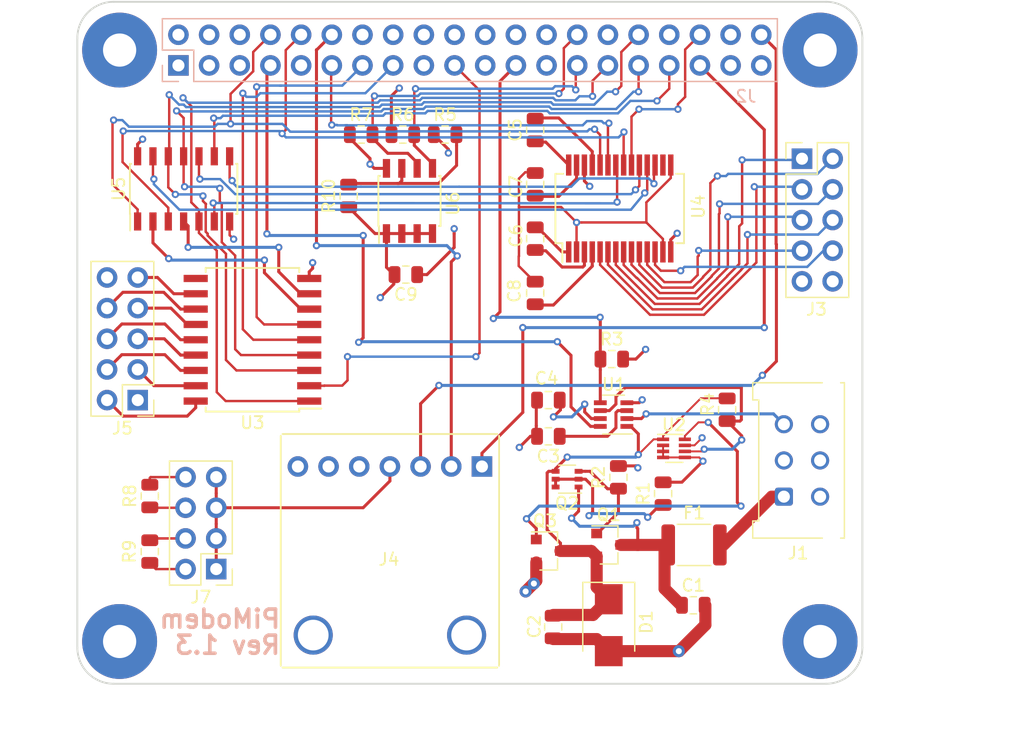
<source format=kicad_pcb>
(kicad_pcb (version 20171130) (host pcbnew 5.0.2-bee76a0~70~ubuntu18.04.1)
  (layers (0 F.Cu signal) (1 In1.Cu signal hide) (2 In2.Cu signal hide) (31 B.Cu signal) (34 B.Paste user) (35 F.Paste user) (36 B.SilkS user) (37 F.SilkS user) (38 B.Mask user) (39 F.Mask user) (44 Edge.Cuts user))
  (net 0 "")
  (net 1 "Net-(C1-Pad1)")
  (net 2 "Net-(Q1-Pad1)")
  (net 3 "Net-(Q2-Pad2)")
  (net 4 "Net-(C2-Pad1)")
  (net 5 "Net-(J1-Pad3)")
  (net 6 "Net-(C3-Pad1)")
  (net 7 GND)
  (net 8 ~INT~)
  (net 9 "Net-(R4-Pad2)")
  (net 10 "Net-(C4-Pad1)")
  (net 11 ~KILL~)
  (net 12 "Net-(Q3-Pad1)")
  (net 13 +5V)
  (net 14 +3V3)
  (net 15 "Net-(J2-Pad3)")
  (net 16 "Net-(J2-Pad5)")
  (net 17 RTS)
  (net 18 BCLK)
  (net 19 "Net-(J2-Pad16)")
  (net 20 "Net-(J2-Pad18)")
  (net 21 "Net-(J2-Pad21)")
  (net 22 "Net-(J2-Pad22)")
  (net 23 "Net-(J2-Pad24)")
  (net 24 ID_SD)
  (net 25 ID_SC)
  (net 26 DSR)
  (net 27 DTR)
  (net 28 RI)
  (net 29 LRCLK)
  (net 30 CTS)
  (net 31 "Net-(J2-Pad37)")
  (net 32 "Net-(J2-Pad38)")
  (net 33 DIN)
  (net 34 "Net-(F1-Pad2)")
  (net 35 "Net-(J3-Pad1)")
  (net 36 "Net-(J3-Pad2)")
  (net 37 "Net-(J3-Pad3)")
  (net 38 "Net-(J3-Pad4)")
  (net 39 "Net-(J3-Pad6)")
  (net 40 "Net-(J3-Pad7)")
  (net 41 "Net-(J3-Pad8)")
  (net 42 "Net-(J3-Pad10)")
  (net 43 "Net-(J5-Pad9)")
  (net 44 "Net-(J5-Pad8)")
  (net 45 "Net-(J5-Pad7)")
  (net 46 "Net-(J5-Pad6)")
  (net 47 "Net-(J5-Pad5)")
  (net 48 "Net-(J5-Pad4)")
  (net 49 "Net-(J5-Pad3)")
  (net 50 "Net-(J5-Pad2)")
  (net 51 "Net-(J4-Pad4)")
  (net 52 "Net-(J4-Pad5)")
  (net 53 "Net-(C6-Pad1)")
  (net 54 "Net-(C6-Pad2)")
  (net 55 "Net-(C8-Pad2)")
  (net 56 "Net-(U4-Pad16)")
  (net 57 "Net-(C5-Pad2)")
  (net 58 "Net-(C7-Pad2)")
  (net 59 "Net-(C5-Pad1)")
  (net 60 "Net-(U3-Pad7)")
  (net 61 "Net-(U3-Pad8)")
  (net 62 "Net-(U3-Pad10)")
  (net 63 "Net-(J7-Pad6)")
  (net 64 "Net-(J7-Pad4)")
  (net 65 "Net-(J2-Pad1)")
  (net 66 "Net-(J2-Pad26)")
  (net 67 "Net-(J3-Pad5)")
  (net 68 "Net-(U4-Pad17)")
  (net 69 "Net-(U4-Pad18)")
  (net 70 "Net-(U4-Pad19)")
  (net 71 "Net-(U4-Pad22)")
  (net 72 SD)
  (net 73 RD)
  (net 74 ACT)
  (net 75 CD)
  (net 76 AA)
  (net 77 OH)
  (net 78 "Net-(R10-Pad1)")
  (module Package_SO:SOIC-14_3.9x8.7mm_P1.27mm (layer F.Cu) (at 31.8 36.5 90)
    (fp_text reference U5 (at 0 -5.375 90) (layer F.SilkS))
    (fp_text value 74LS04)
    (pad 1 smd rect (at -2.7 -3.81 90) (size 1.5 0.6) (layers F.Cu F.Paste F.Mask) (net 72 SD))
    (pad 2 smd rect (at -2.7 -2.54 90) (size 1.5 0.6) (layers F.Cu F.Paste F.Mask) (net 60 "Net-(U3-Pad7)"))
    (pad 3 smd rect (at -2.7 -1.27 90) (size 1.5 0.6) (layers F.Cu F.Paste F.Mask) (net 73 RD))
    (pad 4 smd rect (at -2.7 0 90) (size 1.5 0.6) (layers F.Cu F.Paste F.Mask) (net 61 "Net-(U3-Pad8)"))
    (pad 5 smd rect (at -2.7 1.27 90) (size 1.5 0.6) (layers F.Cu F.Paste F.Mask) (net 75 CD))
    (pad 6 smd rect (at -2.7 2.54 90) (size 1.5 0.6) (layers F.Cu F.Paste F.Mask) (net 71 "Net-(U4-Pad22)"))
    (pad 7 smd rect (at -2.7 3.81 90) (size 1.5 0.6) (layers F.Cu F.Paste F.Mask) (net 7 GND))
    (pad 8 smd rect (at 2.7 3.81 90) (size 1.5 0.6) (layers F.Cu F.Paste F.Mask) (net 68 "Net-(U4-Pad17)"))
    (pad 9 smd rect (at 2.7 2.54 90) (size 1.5 0.6) (layers F.Cu F.Paste F.Mask) (net 28 RI))
    (pad 10 smd rect (at 2.7 1.27 90) (size 1.5 0.6) (layers F.Cu F.Paste F.Mask) (net 70 "Net-(U4-Pad19)"))
    (pad 11 smd rect (at 2.7 0 90) (size 1.5 0.6) (layers F.Cu F.Paste F.Mask) (net 26 DSR))
    (pad 12 smd rect (at 2.7 -1.27 90) (size 1.5 0.6) (layers F.Cu F.Paste F.Mask) (net 27 DTR))
    (pad 13 smd rect (at 2.7 -2.54 90) (size 1.5 0.6) (layers F.Cu F.Paste F.Mask) (net 69 "Net-(U4-Pad18)"))
    (pad 14 smd rect (at 2.7 -3.81 90) (size 1.5 0.6) (layers F.Cu F.Paste F.Mask) (net 13 +5V))
  )
  (module Package_SO:SOIC-18W_7.5x11.6mm_P1.27mm (layer F.Cu) (at 37.5 49 180)
    (fp_text reference U3 (at 0 -6.875 180) (layer F.SilkS))
    (fp_text value ULN2803A)
    (pad 1 smd rect (at -4.7 -5.08 180) (size 2 0.6) (layers F.Cu F.Paste F.Mask) (net 75 CD))
    (pad 2 smd rect (at -4.7 -3.81 180) (size 2 0.6) (layers F.Cu F.Paste F.Mask) (net 74 ACT))
    (pad 3 smd rect (at -4.7 -2.54 180) (size 2 0.6) (layers F.Cu F.Paste F.Mask) (net 27 DTR))
    (pad 4 smd rect (at -4.7 -1.27 180) (size 2 0.6) (layers F.Cu F.Paste F.Mask) (net 26 DSR))
    (pad 5 smd rect (at -4.7 0 180) (size 2 0.6) (layers F.Cu F.Paste F.Mask) (net 77 OH))
    (pad 6 smd rect (at -4.7 1.27 180) (size 2 0.6) (layers F.Cu F.Paste F.Mask) (net 76 AA))
    (pad 7 smd rect (at -4.7 2.54 180) (size 2 0.6) (layers F.Cu F.Paste F.Mask) (net 60 "Net-(U3-Pad7)"))
    (pad 8 smd rect (at -4.7 3.81 180) (size 2 0.6) (layers F.Cu F.Paste F.Mask) (net 61 "Net-(U3-Pad8)"))
    (pad 9 smd rect (at -4.7 5.08 180) (size 2 0.6) (layers F.Cu F.Paste F.Mask) (net 7 GND))
    (pad 10 smd rect (at 4.7 5.08 180) (size 2 0.6) (layers F.Cu F.Paste F.Mask) (net 62 "Net-(U3-Pad10)"))
    (pad 11 smd rect (at 4.7 3.81 180) (size 2 0.6) (layers F.Cu F.Paste F.Mask) (net 43 "Net-(J5-Pad9)"))
    (pad 12 smd rect (at 4.7 2.54 180) (size 2 0.6) (layers F.Cu F.Paste F.Mask) (net 44 "Net-(J5-Pad8)"))
    (pad 13 smd rect (at 4.7 1.27 180) (size 2 0.6) (layers F.Cu F.Paste F.Mask) (net 45 "Net-(J5-Pad7)"))
    (pad 14 smd rect (at 4.7 0 180) (size 2 0.6) (layers F.Cu F.Paste F.Mask) (net 46 "Net-(J5-Pad6)"))
    (pad 15 smd rect (at 4.7 -1.27 180) (size 2 0.6) (layers F.Cu F.Paste F.Mask) (net 47 "Net-(J5-Pad5)"))
    (pad 16 smd rect (at 4.7 -2.54 180) (size 2 0.6) (layers F.Cu F.Paste F.Mask) (net 48 "Net-(J5-Pad4)"))
    (pad 17 smd rect (at 4.7 -3.81 180) (size 2 0.6) (layers F.Cu F.Paste F.Mask) (net 49 "Net-(J5-Pad3)"))
    (pad 18 smd rect (at 4.7 -5.08 180) (size 2 0.6) (layers F.Cu F.Paste F.Mask) (net 50 "Net-(J5-Pad2)"))
  )
  (module Package_SO:SOIC-8_3.9x4.9mm_P1.27mm (layer F.Cu) (at 50.5 37.5 90)
    (fp_text reference U6 (at -0.219 3.602 90) (layer F.SilkS))
    (fp_text value 24LC512)
    (pad 1 smd rect (at -2.7 -1.905 90) (size 1.55 0.6) (layers F.Cu F.Paste F.Mask) (net 7 GND))
    (pad 2 smd rect (at -2.7 -0.635 90) (size 1.55 0.6) (layers F.Cu F.Paste F.Mask) (net 7 GND))
    (pad 3 smd rect (at -2.7 0.635 90) (size 1.55 0.6) (layers F.Cu F.Paste F.Mask) (net 7 GND))
    (pad 4 smd rect (at -2.7 1.905 90) (size 1.55 0.6) (layers F.Cu F.Paste F.Mask) (net 7 GND))
    (pad 5 smd rect (at 2.7 1.905 90) (size 1.55 0.6) (layers F.Cu F.Paste F.Mask) (net 24 ID_SD))
    (pad 6 smd rect (at 2.7 0.635 90) (size 1.55 0.6) (layers F.Cu F.Paste F.Mask) (net 25 ID_SC))
    (pad 7 smd rect (at 2.7 -0.635 90) (size 1.55 0.6) (layers F.Cu F.Paste F.Mask) (net 78 "Net-(R10-Pad1)"))
    (pad 8 smd rect (at 2.7 -1.905 90) (size 1.55 0.6) (layers F.Cu F.Paste F.Mask) (net 14 +3V3))
  )
  (module Package_SO:SSOP-28_5.3x10.2mm_P0.65mm (layer F.Cu) (at 67.908396 38.124268 90)
    (fp_text reference U4 (at 0.151268 6.513604 90) (layer F.SilkS))
    (fp_text value MAX3237)
    (pad 1 smd rect (at -3.6 -4.225 90) (size 1.75 0.45) (layers F.Cu F.Paste F.Mask) (net 53 "Net-(C6-Pad1)"))
    (pad 2 smd rect (at -3.6 -3.575 90) (size 1.75 0.45) (layers F.Cu F.Paste F.Mask) (net 7 GND))
    (pad 3 smd rect (at -3.6 -2.925 90) (size 1.75 0.45) (layers F.Cu F.Paste F.Mask) (net 54 "Net-(C6-Pad2)"))
    (pad 4 smd rect (at -3.6 -2.275 90) (size 1.75 0.45) (layers F.Cu F.Paste F.Mask) (net 55 "Net-(C8-Pad2)"))
    (pad 5 smd rect (at -3.6 -1.625 90) (size 1.75 0.45) (layers F.Cu F.Paste F.Mask) (net 37 "Net-(J3-Pad3)"))
    (pad 6 smd rect (at -3.6 -0.975 90) (size 1.75 0.45) (layers F.Cu F.Paste F.Mask) (net 39 "Net-(J3-Pad6)"))
    (pad 7 smd rect (at -3.6 -0.325 90) (size 1.75 0.45) (layers F.Cu F.Paste F.Mask) (net 35 "Net-(J3-Pad1)"))
    (pad 8 smd rect (at -3.6 0.325 90) (size 1.75 0.45) (layers F.Cu F.Paste F.Mask) (net 67 "Net-(J3-Pad5)"))
    (pad 9 smd rect (at -3.6 0.975 90) (size 1.75 0.45) (layers F.Cu F.Paste F.Mask) (net 38 "Net-(J3-Pad4)"))
    (pad 10 smd rect (at -3.6 1.625 90) (size 1.75 0.45) (layers F.Cu F.Paste F.Mask) (net 36 "Net-(J3-Pad2)"))
    (pad 11 smd rect (at -3.6 2.275 90) (size 1.75 0.45) (layers F.Cu F.Paste F.Mask) (net 40 "Net-(J3-Pad7)"))
    (pad 12 smd rect (at -3.6 2.925 90) (size 1.75 0.45) (layers F.Cu F.Paste F.Mask) (net 41 "Net-(J3-Pad8)"))
    (pad 13 smd rect (at -3.6 3.575 90) (size 1.75 0.45) (layers F.Cu F.Paste F.Mask) (net 7 GND))
    (pad 14 smd rect (at -3.6 4.225 90) (size 1.75 0.45) (layers F.Cu F.Paste F.Mask) (net 14 +3V3))
    (pad 15 smd rect (at 3.6 4.225 90) (size 1.75 0.45) (layers F.Cu F.Paste F.Mask) (net 7 GND))
    (pad 16 smd rect (at 3.6 3.575 90) (size 1.75 0.45) (layers F.Cu F.Paste F.Mask) (net 56 "Net-(U4-Pad16)"))
    (pad 17 smd rect (at 3.6 2.925 90) (size 1.75 0.45) (layers F.Cu F.Paste F.Mask) (net 68 "Net-(U4-Pad17)"))
    (pad 18 smd rect (at 3.6 2.275 90) (size 1.75 0.45) (layers F.Cu F.Paste F.Mask) (net 69 "Net-(U4-Pad18)"))
    (pad 19 smd rect (at 3.6 1.625 90) (size 1.75 0.45) (layers F.Cu F.Paste F.Mask) (net 70 "Net-(U4-Pad19)"))
    (pad 20 smd rect (at 3.6 0.975 90) (size 1.75 0.45) (layers F.Cu F.Paste F.Mask) (net 30 CTS))
    (pad 21 smd rect (at 3.6 0.325 90) (size 1.75 0.45) (layers F.Cu F.Paste F.Mask) (net 73 RD))
    (pad 22 smd rect (at 3.6 -0.325 90) (size 1.75 0.45) (layers F.Cu F.Paste F.Mask) (net 71 "Net-(U4-Pad22)"))
    (pad 23 smd rect (at 3.6 -0.975 90) (size 1.75 0.45) (layers F.Cu F.Paste F.Mask) (net 17 RTS))
    (pad 24 smd rect (at 3.6 -1.625 90) (size 1.75 0.45) (layers F.Cu F.Paste F.Mask) (net 72 SD))
    (pad 25 smd rect (at 3.6 -2.275 90) (size 1.75 0.45) (layers F.Cu F.Paste F.Mask) (net 57 "Net-(C5-Pad2)"))
    (pad 26 smd rect (at 3.6 -2.925 90) (size 1.75 0.45) (layers F.Cu F.Paste F.Mask) (net 14 +3V3))
    (pad 27 smd rect (at 3.6 -3.575 90) (size 1.75 0.45) (layers F.Cu F.Paste F.Mask) (net 58 "Net-(C7-Pad2)"))
    (pad 28 smd rect (at 3.6 -4.225 90) (size 1.75 0.45) (layers F.Cu F.Paste F.Mask) (net 59 "Net-(C5-Pad1)"))
  )
  (module Package_TO_SOT_SMD:SC-70-8 (layer F.Cu) (at 72.4 58)
    (fp_text reference U2 (at 0 -1.95) (layer F.SilkS))
    (fp_text value LTC4360-1)
    (pad 1 smd rect (at -0.9 -0.75 270) (size 0.3 1) (layers F.Cu F.Paste F.Mask) (net 4 "Net-(C2-Pad1)"))
    (pad 2 smd rect (at -0.9 -0.25 270) (size 0.3 1) (layers F.Cu F.Paste F.Mask) (net 7 GND))
    (pad 3 smd rect (at -0.9 0.25 270) (size 0.3 1) (layers F.Cu F.Paste F.Mask) (net 7 GND))
    (pad 4 smd rect (at -0.9 0.75 270) (size 0.3 1) (layers F.Cu F.Paste F.Mask) (net 7 GND))
    (pad 5 smd rect (at 0.9 0.75 270) (size 0.3 1) (layers F.Cu F.Paste F.Mask) (net 7 GND))
    (pad 6 smd rect (at 0.9 0.25 270) (size 0.3 1) (layers F.Cu F.Paste F.Mask) (net 9 "Net-(R4-Pad2)"))
    (pad 7 smd rect (at 0.9 -0.25 270) (size 0.3 1) (layers F.Cu F.Paste F.Mask) (net 13 +5V))
    (pad 8 smd rect (at 0.9 -0.75 270) (size 0.3 1) (layers F.Cu F.Paste F.Mask) (net 12 "Net-(Q3-Pad1)"))
  )
  (module Package_TO_SOT_SMD:SOT-23 (layer F.Cu) (at 67 66)
    (fp_text reference Q1 (at 0 -2.5) (layer F.SilkS))
    (fp_text value DMG2305UX)
    (pad 3 smd rect (at 1 0) (size 0.9 0.8) (layers F.Cu F.Paste F.Mask) (net 1 "Net-(C1-Pad1)"))
    (pad 2 smd rect (at -1 0.95) (size 0.9 0.8) (layers F.Cu F.Paste F.Mask) (net 4 "Net-(C2-Pad1)"))
    (pad 1 smd rect (at -1 -0.95) (size 0.9 0.8) (layers F.Cu F.Paste F.Mask) (net 2 "Net-(Q1-Pad1)"))
  )
  (module Package_TO_SOT_SMD:SOT-23 (layer F.Cu) (at 62 66.5)
    (fp_text reference Q3 (at -0.278 -2.492) (layer F.SilkS))
    (fp_text value DMG3414U)
    (pad 1 smd rect (at -1 -0.95) (size 0.9 0.8) (layers F.Cu F.Paste F.Mask) (net 12 "Net-(Q3-Pad1)"))
    (pad 2 smd rect (at -1 0.95) (size 0.9 0.8) (layers F.Cu F.Paste F.Mask) (net 13 +5V))
    (pad 3 smd rect (at 1 0) (size 0.9 0.8) (layers F.Cu F.Paste F.Mask) (net 4 "Net-(C2-Pad1)"))
  )
  (module Package_TO_SOT_SMD:SOT-23-8 (layer F.Cu) (at 67.4 55.2 180)
    (fp_text reference U1 (at -0.037 2.495 180) (layer F.SilkS))
    (fp_text value LTC2951-2)
    (pad 1 smd rect (at -1.1 -0.98 180) (size 1.06 0.4) (layers F.Cu F.Paste F.Mask) (net 4 "Net-(C2-Pad1)"))
    (pad 2 smd rect (at -1.1 -0.33 180) (size 1.06 0.4) (layers F.Cu F.Paste F.Mask) (net 5 "Net-(J1-Pad3)"))
    (pad 3 smd rect (at -1.1 0.33 180) (size 1.06 0.4) (layers F.Cu F.Paste F.Mask) (net 6 "Net-(C3-Pad1)"))
    (pad 4 smd rect (at -1.1 0.98 180) (size 1.06 0.4) (layers F.Cu F.Paste F.Mask) (net 7 GND))
    (pad 5 smd rect (at 1.1 0.98 180) (size 1.06 0.4) (layers F.Cu F.Paste F.Mask) (net 8 ~INT~))
    (pad 6 smd rect (at 1.1 0.33 180) (size 1.06 0.4) (layers F.Cu F.Paste F.Mask) (net 9 "Net-(R4-Pad2)"))
    (pad 7 smd rect (at 1.1 -0.33 180) (size 1.06 0.4) (layers F.Cu F.Paste F.Mask) (net 10 "Net-(C4-Pad1)"))
    (pad 8 smd rect (at 1.1 -0.98 180) (size 1.06 0.4) (layers F.Cu F.Paste F.Mask) (net 11 ~KILL~))
  )
  (module Diode_SMD:D_SMB (layer F.Cu) (at 67 72.65 270)
    (fp_text reference D1 (at -0.26 -3.104 270) (layer F.SilkS))
    (fp_text value TVS)
    (pad 2 smd rect (at 2.15 0 270) (size 2.5 2.3) (layers F.Cu F.Paste F.Mask) (net 7 GND))
    (pad 1 smd rect (at -2.15 0 270) (size 2.5 2.3) (layers F.Cu F.Paste F.Mask) (net 4 "Net-(C2-Pad1)"))
  )
  (module Capacitor_SMD:C_0805_2012Metric (layer F.Cu) (at 74 71)
    (fp_text reference C1 (at 0 -1.65) (layer F.SilkS))
    (fp_text value 1uF)
    (pad 1 smd roundrect (at -0.9375 0) (size 0.975 1.4) (layers F.Cu F.Paste F.Mask) (net 1 "Net-(C1-Pad1)"))
    (pad 2 smd roundrect (at 0.9375 0) (size 0.975 1.4) (layers F.Cu F.Paste F.Mask) (net 7 GND))
  )
  (module Capacitor_SMD:C_0805_2012Metric (layer F.Cu) (at 62.4 72.8 270)
    (fp_text reference C2 (at -0.029 1.567 270) (layer F.SilkS))
    (fp_text value 47uf)
    (pad 2 smd roundrect (at 0.9375 0 270) (size 0.975 1.4) (layers F.Cu F.Paste F.Mask) (net 7 GND))
    (pad 1 smd roundrect (at -0.9375 0 270) (size 0.975 1.4) (layers F.Cu F.Paste F.Mask) (net 4 "Net-(C2-Pad1)"))
  )
  (module Capacitor_SMD:C_0805_2012Metric (layer F.Cu) (at 62 57 180)
    (fp_text reference C3 (at 0 -1.65 180) (layer F.SilkS))
    (fp_text value "10 uF")
    (pad 1 smd roundrect (at -0.9375 0 180) (size 0.975 1.4) (layers F.Cu F.Paste F.Mask) (net 6 "Net-(C3-Pad1)"))
    (pad 2 smd roundrect (at 0.9375 0 180) (size 0.975 1.4) (layers F.Cu F.Paste F.Mask) (net 7 GND))
  )
  (module Capacitor_SMD:C_0805_2012Metric (layer F.Cu) (at 62 54 180)
    (fp_text reference C4 (at 0.151 1.803 180) (layer F.SilkS))
    (fp_text value "0.033 uF")
    (pad 2 smd roundrect (at 0.9375 0 180) (size 0.975 1.4) (layers F.Cu F.Paste F.Mask) (net 7 GND))
    (pad 1 smd roundrect (at -0.9375 0 180) (size 0.975 1.4) (layers F.Cu F.Paste F.Mask) (net 10 "Net-(C4-Pad1)"))
  )
  (module Capacitor_SMD:C_0805_2012Metric (layer F.Cu) (at 60.908396 31.624268 90)
    (fp_text reference C5 (at 0 -1.65 90) (layer F.SilkS))
    (fp_text value 0.1uF)
    (pad 1 smd roundrect (at -0.9375 0 90) (size 0.975 1.4) (layers F.Cu F.Paste F.Mask) (net 59 "Net-(C5-Pad1)"))
    (pad 2 smd roundrect (at 0.9375 0 90) (size 0.975 1.4) (layers F.Cu F.Paste F.Mask) (net 57 "Net-(C5-Pad2)"))
  )
  (module Capacitor_SMD:C_0805_2012Metric (layer F.Cu) (at 60.908396 40.624268 270)
    (fp_text reference C6 (at -0.238268 1.599396 270) (layer F.SilkS))
    (fp_text value 0.1uF)
    (pad 2 smd roundrect (at 0.9375 0 270) (size 0.975 1.4) (layers F.Cu F.Paste F.Mask) (net 54 "Net-(C6-Pad2)"))
    (pad 1 smd roundrect (at -0.9375 0 270) (size 0.975 1.4) (layers F.Cu F.Paste F.Mask) (net 53 "Net-(C6-Pad1)"))
  )
  (module Capacitor_SMD:C_0805_2012Metric (layer F.Cu) (at 60.908396 36.124268 270)
    (fp_text reference C7 (at 0.197732 1.599396 270) (layer F.SilkS))
    (fp_text value 0.1uF)
    (pad 1 smd roundrect (at -0.9375 0 270) (size 0.975 1.4) (layers F.Cu F.Paste F.Mask) (net 7 GND))
    (pad 2 smd roundrect (at 0.9375 0 270) (size 0.975 1.4) (layers F.Cu F.Paste F.Mask) (net 58 "Net-(C7-Pad2)"))
  )
  (module Capacitor_SMD:C_0805_2012Metric (layer F.Cu) (at 60.908396 45.124268 270)
    (fp_text reference C8 (at -0.166268 1.726396 270) (layer F.SilkS))
    (fp_text value 0.1uF)
    (pad 2 smd roundrect (at 0.9375 0 270) (size 0.975 1.4) (layers F.Cu F.Paste F.Mask) (net 55 "Net-(C8-Pad2)"))
    (pad 1 smd roundrect (at -0.9375 0 270) (size 0.975 1.4) (layers F.Cu F.Paste F.Mask) (net 7 GND))
  )
  (module Capacitor_SMD:C_0805_2012Metric (layer F.Cu) (at 50.2 43.6 180)
    (fp_text reference C9 (at 0 -1.65 180) (layer F.SilkS))
    (fp_text value 0.1uF)
    (pad 1 smd roundrect (at -0.9375 0 180) (size 0.975 1.4) (layers F.Cu F.Paste F.Mask) (net 14 +3V3))
    (pad 2 smd roundrect (at 0.9375 0 180) (size 0.975 1.4) (layers F.Cu F.Paste F.Mask) (net 7 GND))
  )
  (module Resistor_SMD:R_1812_4532Metric (layer F.Cu) (at 74.06 66)
    (fp_text reference F1 (at 0 -2.65) (layer F.SilkS))
    (fp_text value MF-MSMF200)
    (pad 1 smd roundrect (at -2.1375 0) (size 1.125 3.4) (layers F.Cu F.Paste F.Mask) (roundrect_rratio 0.222222) (net 1 "Net-(C1-Pad1)"))
    (pad 2 smd roundrect (at 2.1375 0) (size 1.125 3.4) (layers F.Cu F.Paste F.Mask) (roundrect_rratio 0.222222) (net 34 "Net-(F1-Pad2)"))
  )
  (module Resistor_SMD:R_0805_2012Metric (layer F.Cu) (at 29 66.55 270)
    (fp_text reference R9 (at -0.002 1.695 270) (layer F.SilkS))
    (fp_text value 100k)
    (pad 1 smd roundrect (at -0.9375 0 270) (size 0.975 1.4) (layers F.Cu F.Paste F.Mask) (net 64 "Net-(J7-Pad4)"))
    (pad 2 smd roundrect (at 0.9375 0 270) (size 0.975 1.4) (layers F.Cu F.Paste F.Mask) (net 13 +5V))
  )
  (module Resistor_SMD:R_0805_2012Metric (layer F.Cu) (at 29 61.95 90)
    (fp_text reference R8 (at 0 -1.65 90) (layer F.SilkS))
    (fp_text value 100k)
    (pad 2 smd roundrect (at 0.9375 0 90) (size 0.975 1.4) (layers F.Cu F.Paste F.Mask) (net 7 GND))
    (pad 1 smd roundrect (at -0.9375 0 90) (size 0.975 1.4) (layers F.Cu F.Paste F.Mask) (net 63 "Net-(J7-Pad6)"))
  )
  (module Resistor_SMD:R_0805_2012Metric (layer F.Cu) (at 46.5 32)
    (fp_text reference R7 (at 0 -1.65) (layer F.SilkS))
    (fp_text value "3.9k(1%)")
    (pad 1 smd roundrect (at -0.9375 0) (size 0.975 1.4) (layers F.Cu F.Paste F.Mask) (net 14 +3V3))
    (pad 2 smd roundrect (at 0.9375 0) (size 0.975 1.4) (layers F.Cu F.Paste F.Mask) (net 25 ID_SC))
  )
  (module Resistor_SMD:R_0805_2012Metric (layer F.Cu) (at 53.45 32)
    (fp_text reference R5 (at 0 -1.65) (layer F.SilkS))
    (fp_text value "1k(1%)")
    (pad 2 smd roundrect (at 0.9375 0) (size 0.975 1.4) (layers F.Cu F.Paste F.Mask) (net 78 "Net-(R10-Pad1)"))
    (pad 1 smd roundrect (at -0.9375 0) (size 0.975 1.4) (layers F.Cu F.Paste F.Mask) (net 14 +3V3))
  )
  (module Resistor_SMD:R_0805_2012Metric (layer F.Cu) (at 76.8 54.8 270)
    (fp_text reference R4 (at -0.444 1.616 270) (layer F.SilkS))
    (fp_text value "10k(1%)")
    (pad 1 smd roundrect (at -0.9375 0 270) (size 0.975 1.4) (layers F.Cu F.Paste F.Mask) (net 4 "Net-(C2-Pad1)"))
    (pad 2 smd roundrect (at 0.9375 0 270) (size 0.975 1.4) (layers F.Cu F.Paste F.Mask) (net 9 "Net-(R4-Pad2)"))
  )
  (module Resistor_SMD:R_0805_2012Metric (layer F.Cu) (at 67.25 50.6)
    (fp_text reference R3 (at 0 -1.65) (layer F.SilkS))
    (fp_text value "10k(1%)")
    (pad 2 smd roundrect (at 0.9375 0) (size 0.975 1.4) (layers F.Cu F.Paste F.Mask) (net 14 +3V3))
    (pad 1 smd roundrect (at -0.9375 0) (size 0.975 1.4) (layers F.Cu F.Paste F.Mask) (net 8 ~INT~))
  )
  (module Resistor_SMD:R_0805_2012Metric (layer F.Cu) (at 67.8 60.4 90)
    (fp_text reference R2 (at 0 -1.65 90) (layer F.SilkS))
    (fp_text value "47k(1%)")
    (pad 1 smd roundrect (at -0.9375 0 90) (size 0.975 1.4) (layers F.Cu F.Paste F.Mask) (net 2 "Net-(Q1-Pad1)"))
    (pad 2 smd roundrect (at 0.9375 0 90) (size 0.975 1.4) (layers F.Cu F.Paste F.Mask) (net 7 GND))
  )
  (module Resistor_SMD:R_0805_2012Metric (layer F.Cu) (at 71.5 61.75 90)
    (fp_text reference R1 (at 0 -1.65 90) (layer F.SilkS))
    (fp_text value "10k(1%)")
    (pad 2 smd roundrect (at 0.9375 0 90) (size 0.975 1.4) (layers F.Cu F.Paste F.Mask) (net 7 GND))
    (pad 1 smd roundrect (at -0.9375 0 90) (size 0.975 1.4) (layers F.Cu F.Paste F.Mask) (net 3 "Net-(Q2-Pad2)"))
  )
  (module Resistor_SMD:R_0805_2012Metric (layer F.Cu) (at 49.95 32)
    (fp_text reference R6 (at 0 -1.65) (layer F.SilkS))
    (fp_text value "3.9k(1%)")
    (pad 1 smd roundrect (at -0.9375 0) (size 0.975 1.4) (layers F.Cu F.Paste F.Mask) (net 14 +3V3))
    (pad 2 smd roundrect (at 0.9375 0) (size 0.975 1.4) (layers F.Cu F.Paste F.Mask) (net 24 ID_SD))
  )
  (module Connector_Molex:Molex_Micro-Fit_3.0_43045-0612_2x03_P3.00mm_Vertical (layer F.Cu) (at 81.5 62 90)
    (fp_text reference J1 (at -4.675 1.177 180) (layer F.SilkS))
    (fp_text value PWR_HEADER)
    (pad "" np_thru_hole circle (at -3 3.94 90) (size 1 1) (drill 1) (layers *.Cu *.Mask))
    (pad "" np_thru_hole circle (at 9 3.94 90) (size 1 1) (drill 1) (layers *.Cu *.Mask))
    (pad 1 thru_hole roundrect (at 0 0 90) (size 1.5 1.5) (drill 1) (layers *.Cu *.Mask) (roundrect_rratio 0.166667) (net 34 "Net-(F1-Pad2)"))
    (pad 2 thru_hole circle (at 3 0 90) (size 1.5 1.5) (drill 1) (layers *.Cu *.Mask) (net 7 GND))
    (pad 3 thru_hole circle (at 6 0 90) (size 1.5 1.5) (drill 1) (layers *.Cu *.Mask) (net 5 "Net-(J1-Pad3)"))
    (pad 4 thru_hole circle (at 0 3 90) (size 1.5 1.5) (drill 1) (layers *.Cu *.Mask) (net 7 GND))
    (pad 5 thru_hole circle (at 3 3 90) (size 1.5 1.5) (drill 1) (layers *.Cu *.Mask) (net 13 +5V))
    (pad 6 thru_hole circle (at 6 3 90) (size 1.5 1.5) (drill 1) (layers *.Cu *.Mask) (net 7 GND))
  )
  (module Connector_PinHeader_2.54mm:PinHeader_2x04_P2.54mm_Vertical (layer F.Cu) (at 34.5 68 180)
    (fp_text reference J7 (at 1.27 -2.33 180) (layer F.SilkS))
    (fp_text value GAIN)
    (pad 1 thru_hole rect (at 0 0 180) (size 1.7 1.7) (drill 1) (layers *.Cu *.Mask) (net 51 "Net-(J4-Pad4)"))
    (pad 2 thru_hole oval (at 2.54 0 180) (size 1.7 1.7) (drill 1) (layers *.Cu *.Mask) (net 13 +5V))
    (pad 3 thru_hole oval (at 0 2.54 180) (size 1.7 1.7) (drill 1) (layers *.Cu *.Mask) (net 51 "Net-(J4-Pad4)"))
    (pad 4 thru_hole oval (at 2.54 2.54 180) (size 1.7 1.7) (drill 1) (layers *.Cu *.Mask) (net 64 "Net-(J7-Pad4)"))
    (pad 5 thru_hole oval (at 0 5.08 180) (size 1.7 1.7) (drill 1) (layers *.Cu *.Mask) (net 51 "Net-(J4-Pad4)"))
    (pad 6 thru_hole oval (at 2.54 5.08 180) (size 1.7 1.7) (drill 1) (layers *.Cu *.Mask) (net 63 "Net-(J7-Pad6)"))
    (pad 7 thru_hole oval (at 0 7.62 180) (size 1.7 1.7) (drill 1) (layers *.Cu *.Mask) (net 51 "Net-(J4-Pad4)"))
    (pad 8 thru_hole oval (at 2.54 7.62 180) (size 1.7 1.7) (drill 1) (layers *.Cu *.Mask) (net 7 GND))
  )
  (module Connector_PinHeader_2.54mm:PinHeader_2x05_P2.54mm_Vertical (layer F.Cu) (at 83 34)
    (fp_text reference J3 (at 1.201 12.482) (layer F.SilkS))
    (fp_text value SERIAL)
    (pad 10 thru_hole oval (at 2.54 10.16) (size 1.7 1.7) (drill 1) (layers *.Cu *.Mask) (net 42 "Net-(J3-Pad10)"))
    (pad 9 thru_hole oval (at 0 10.16) (size 1.7 1.7) (drill 1) (layers *.Cu *.Mask) (net 7 GND))
    (pad 8 thru_hole oval (at 2.54 7.62) (size 1.7 1.7) (drill 1) (layers *.Cu *.Mask) (net 41 "Net-(J3-Pad8)"))
    (pad 7 thru_hole oval (at 0 7.62) (size 1.7 1.7) (drill 1) (layers *.Cu *.Mask) (net 40 "Net-(J3-Pad7)"))
    (pad 6 thru_hole oval (at 2.54 5.08) (size 1.7 1.7) (drill 1) (layers *.Cu *.Mask) (net 39 "Net-(J3-Pad6)"))
    (pad 5 thru_hole oval (at 0 5.08) (size 1.7 1.7) (drill 1) (layers *.Cu *.Mask) (net 67 "Net-(J3-Pad5)"))
    (pad 4 thru_hole oval (at 2.54 2.54) (size 1.7 1.7) (drill 1) (layers *.Cu *.Mask) (net 38 "Net-(J3-Pad4)"))
    (pad 3 thru_hole oval (at 0 2.54) (size 1.7 1.7) (drill 1) (layers *.Cu *.Mask) (net 37 "Net-(J3-Pad3)"))
    (pad 2 thru_hole oval (at 2.54 0) (size 1.7 1.7) (drill 1) (layers *.Cu *.Mask) (net 36 "Net-(J3-Pad2)"))
    (pad 1 thru_hole rect (at 0 0) (size 1.7 1.7) (drill 1) (layers *.Cu *.Mask) (net 35 "Net-(J3-Pad1)"))
  )
  (module Connector_PinHeader_2.54mm:PinHeader_2x05_P2.54mm_Vertical (layer F.Cu) (at 28 54 180)
    (fp_text reference J5 (at 1.27 -2.33 180) (layer F.SilkS))
    (fp_text value LED_PANEL)
    (pad 1 thru_hole rect (at 0 0 180) (size 1.7 1.7) (drill 1) (layers *.Cu *.Mask) (net 7 GND))
    (pad 2 thru_hole oval (at 2.54 0 180) (size 1.7 1.7) (drill 1) (layers *.Cu *.Mask) (net 50 "Net-(J5-Pad2)"))
    (pad 3 thru_hole oval (at 0 2.54 180) (size 1.7 1.7) (drill 1) (layers *.Cu *.Mask) (net 49 "Net-(J5-Pad3)"))
    (pad 4 thru_hole oval (at 2.54 2.54 180) (size 1.7 1.7) (drill 1) (layers *.Cu *.Mask) (net 48 "Net-(J5-Pad4)"))
    (pad 5 thru_hole oval (at 0 5.08 180) (size 1.7 1.7) (drill 1) (layers *.Cu *.Mask) (net 47 "Net-(J5-Pad5)"))
    (pad 6 thru_hole oval (at 2.54 5.08 180) (size 1.7 1.7) (drill 1) (layers *.Cu *.Mask) (net 46 "Net-(J5-Pad6)"))
    (pad 7 thru_hole oval (at 0 7.62 180) (size 1.7 1.7) (drill 1) (layers *.Cu *.Mask) (net 45 "Net-(J5-Pad7)"))
    (pad 8 thru_hole oval (at 2.54 7.62 180) (size 1.7 1.7) (drill 1) (layers *.Cu *.Mask) (net 44 "Net-(J5-Pad8)"))
    (pad 9 thru_hole oval (at 0 10.16 180) (size 1.7 1.7) (drill 1) (layers *.Cu *.Mask) (net 43 "Net-(J5-Pad9)"))
    (pad 10 thru_hole oval (at 2.54 10.16 180) (size 1.7 1.7) (drill 1) (layers *.Cu *.Mask) (net 13 +5V))
  )
  (module Connector_PinSocket_2.54mm:PinSocket_2x20_P2.54mm_Vertical (layer B.Cu) (at 31.37 26.27 270)
    (fp_text reference J2 (at 2.559 -46.989) (layer B.SilkS) (effects (justify mirror)))
    (fp_text value PI_HEADER)
    (pad 1 thru_hole rect (at 0 0 270) (size 1.7 1.7) (drill 1) (layers *.Cu *.Mask) (net 65 "Net-(J2-Pad1)"))
    (pad 2 thru_hole oval (at -2.54 0 270) (size 1.7 1.7) (drill 1) (layers *.Cu *.Mask) (net 13 +5V))
    (pad 3 thru_hole oval (at 0 -2.54 270) (size 1.7 1.7) (drill 1) (layers *.Cu *.Mask) (net 15 "Net-(J2-Pad3)"))
    (pad 4 thru_hole oval (at -2.54 -2.54 270) (size 1.7 1.7) (drill 1) (layers *.Cu *.Mask) (net 13 +5V))
    (pad 5 thru_hole oval (at 0 -5.08 270) (size 1.7 1.7) (drill 1) (layers *.Cu *.Mask) (net 16 "Net-(J2-Pad5)"))
    (pad 6 thru_hole oval (at -2.54 -5.08 270) (size 1.7 1.7) (drill 1) (layers *.Cu *.Mask) (net 7 GND))
    (pad 7 thru_hole oval (at 0 -7.62 270) (size 1.7 1.7) (drill 1) (layers *.Cu *.Mask) (net 11 ~KILL~))
    (pad 8 thru_hole oval (at -2.54 -7.62 270) (size 1.7 1.7) (drill 1) (layers *.Cu *.Mask) (net 72 SD))
    (pad 9 thru_hole oval (at 0 -10.16 270) (size 1.7 1.7) (drill 1) (layers *.Cu *.Mask) (net 7 GND))
    (pad 10 thru_hole oval (at -2.54 -10.16 270) (size 1.7 1.7) (drill 1) (layers *.Cu *.Mask) (net 73 RD))
    (pad 11 thru_hole oval (at 0 -12.7 270) (size 1.7 1.7) (drill 1) (layers *.Cu *.Mask) (net 17 RTS))
    (pad 12 thru_hole oval (at -2.54 -12.7 270) (size 1.7 1.7) (drill 1) (layers *.Cu *.Mask) (net 18 BCLK))
    (pad 13 thru_hole oval (at 0 -15.24 270) (size 1.7 1.7) (drill 1) (layers *.Cu *.Mask) (net 76 AA))
    (pad 14 thru_hole oval (at -2.54 -15.24 270) (size 1.7 1.7) (drill 1) (layers *.Cu *.Mask) (net 7 GND))
    (pad 15 thru_hole oval (at 0 -17.78 270) (size 1.7 1.7) (drill 1) (layers *.Cu *.Mask) (net 77 OH))
    (pad 16 thru_hole oval (at -2.54 -17.78 270) (size 1.7 1.7) (drill 1) (layers *.Cu *.Mask) (net 19 "Net-(J2-Pad16)"))
    (pad 17 thru_hole oval (at 0 -20.32 270) (size 1.7 1.7) (drill 1) (layers *.Cu *.Mask) (net 14 +3V3))
    (pad 18 thru_hole oval (at -2.54 -20.32 270) (size 1.7 1.7) (drill 1) (layers *.Cu *.Mask) (net 20 "Net-(J2-Pad18)"))
    (pad 19 thru_hole oval (at 0 -22.86 270) (size 1.7 1.7) (drill 1) (layers *.Cu *.Mask) (net 74 ACT))
    (pad 20 thru_hole oval (at -2.54 -22.86 270) (size 1.7 1.7) (drill 1) (layers *.Cu *.Mask) (net 7 GND))
    (pad 21 thru_hole oval (at 0 -25.4 270) (size 1.7 1.7) (drill 1) (layers *.Cu *.Mask) (net 21 "Net-(J2-Pad21)"))
    (pad 22 thru_hole oval (at -2.54 -25.4 270) (size 1.7 1.7) (drill 1) (layers *.Cu *.Mask) (net 22 "Net-(J2-Pad22)"))
    (pad 23 thru_hole oval (at 0 -27.94 270) (size 1.7 1.7) (drill 1) (layers *.Cu *.Mask) (net 8 ~INT~))
    (pad 24 thru_hole oval (at -2.54 -27.94 270) (size 1.7 1.7) (drill 1) (layers *.Cu *.Mask) (net 23 "Net-(J2-Pad24)"))
    (pad 25 thru_hole oval (at 0 -30.48 270) (size 1.7 1.7) (drill 1) (layers *.Cu *.Mask) (net 7 GND))
    (pad 26 thru_hole oval (at -2.54 -30.48 270) (size 1.7 1.7) (drill 1) (layers *.Cu *.Mask) (net 66 "Net-(J2-Pad26)"))
    (pad 27 thru_hole oval (at 0 -33.02 270) (size 1.7 1.7) (drill 1) (layers *.Cu *.Mask) (net 24 ID_SD))
    (pad 28 thru_hole oval (at -2.54 -33.02 270) (size 1.7 1.7) (drill 1) (layers *.Cu *.Mask) (net 25 ID_SC))
    (pad 29 thru_hole oval (at 0 -35.56 270) (size 1.7 1.7) (drill 1) (layers *.Cu *.Mask) (net 75 CD))
    (pad 30 thru_hole oval (at -2.54 -35.56 270) (size 1.7 1.7) (drill 1) (layers *.Cu *.Mask) (net 7 GND))
    (pad 31 thru_hole oval (at 0 -38.1 270) (size 1.7 1.7) (drill 1) (layers *.Cu *.Mask) (net 26 DSR))
    (pad 32 thru_hole oval (at -2.54 -38.1 270) (size 1.7 1.7) (drill 1) (layers *.Cu *.Mask) (net 27 DTR))
    (pad 33 thru_hole oval (at 0 -40.64 270) (size 1.7 1.7) (drill 1) (layers *.Cu *.Mask) (net 28 RI))
    (pad 34 thru_hole oval (at -2.54 -40.64 270) (size 1.7 1.7) (drill 1) (layers *.Cu *.Mask) (net 7 GND))
    (pad 35 thru_hole oval (at 0 -43.18 270) (size 1.7 1.7) (drill 1) (layers *.Cu *.Mask) (net 29 LRCLK))
    (pad 36 thru_hole oval (at -2.54 -43.18 270) (size 1.7 1.7) (drill 1) (layers *.Cu *.Mask) (net 30 CTS))
    (pad 37 thru_hole oval (at 0 -45.72 270) (size 1.7 1.7) (drill 1) (layers *.Cu *.Mask) (net 31 "Net-(J2-Pad37)"))
    (pad 38 thru_hole oval (at -2.54 -45.72 270) (size 1.7 1.7) (drill 1) (layers *.Cu *.Mask) (net 32 "Net-(J2-Pad38)"))
    (pad 39 thru_hole oval (at 0 -48.26 270) (size 1.7 1.7) (drill 1) (layers *.Cu *.Mask) (net 7 GND))
    (pad 40 thru_hole oval (at -2.54 -48.26 270) (size 1.7 1.7) (drill 1) (layers *.Cu *.Mask) (net 33 DIN))
  )
  (module Resistor_SMD:R_0805_2012Metric (layer F.Cu) (at 45.466 37.084 270)
    (fp_text reference R10 (at 0 1.651 90) (layer F.SilkS))
    (fp_text value 0Ohm)
    (pad 1 smd roundrect (at -0.9375 0 270) (size 0.975 1.4) (layers F.Cu F.Paste F.Mask) (net 78 "Net-(R10-Pad1)"))
    (pad 2 smd roundrect (at 0.9375 0 270) (size 0.975 1.4) (layers F.Cu F.Paste F.Mask) (net 7 GND))
  )
  (module Package_TO_SOT_SMD:SOT-363_SC-70-6 (layer F.Cu) (at 63.55 60.55 180)
    (fp_text reference Q2 (at 0 -2 180) (layer F.SilkS))
    (fp_text value BC857BS)
    (pad 1 smd rect (at -0.95 -0.65 180) (size 0.65 0.4) (layers F.Cu F.Paste F.Mask) (net 1 "Net-(C1-Pad1)"))
    (pad 3 smd rect (at -0.95 0.65 180) (size 0.65 0.4) (layers F.Cu F.Paste F.Mask) (net 2 "Net-(Q1-Pad1)"))
    (pad 5 smd rect (at 0.95 0 180) (size 0.65 0.4) (layers F.Cu F.Paste F.Mask) (net 3 "Net-(Q2-Pad2)"))
    (pad 2 smd rect (at -0.95 0 180) (size 0.65 0.4) (layers F.Cu F.Paste F.Mask) (net 3 "Net-(Q2-Pad2)"))
    (pad 4 smd rect (at 0.95 0.65 180) (size 0.65 0.4) (layers F.Cu F.Paste F.Mask) (net 4 "Net-(C2-Pad1)"))
    (pad 6 smd rect (at 0.95 -0.65 180) (size 0.65 0.4) (layers F.Cu F.Paste F.Mask) (net 3 "Net-(Q2-Pad2)"))
  )
  (module adafruit:MAX98357_I2S_DAC (layer F.Cu) (at 56.5 59.5 270)
    (fp_text reference J4 (at 7.7 7.7) (layer F.SilkS))
    (fp_text value AUDIO_HEADER)
    (pad "" np_thru_hole circle (at 13.97 13.97 270) (size 3.24 3.24) (drill 2.54) (layers *.Cu *.Mask))
    (pad "" np_thru_hole circle (at 13.97 1.27 270) (size 3.24 3.24) (drill 2.54) (layers *.Cu *.Mask))
    (pad 7 thru_hole oval (at 0 15.24 270) (size 1.7 1.7) (drill 1) (layers *.Cu *.Mask) (net 13 +5V))
    (pad 6 thru_hole oval (at 0 12.7 270) (size 1.7 1.7) (drill 1) (layers *.Cu *.Mask) (net 7 GND))
    (pad 5 thru_hole oval (at 0 10.16 270) (size 1.7 1.7) (drill 1) (layers *.Cu *.Mask) (net 52 "Net-(J4-Pad5)"))
    (pad 4 thru_hole oval (at 0 7.62 270) (size 1.7 1.7) (drill 1) (layers *.Cu *.Mask) (net 51 "Net-(J4-Pad4)"))
    (pad 3 thru_hole oval (at 0 5.08 270) (size 1.7 1.7) (drill 1) (layers *.Cu *.Mask) (net 33 DIN))
    (pad 2 thru_hole oval (at 0 2.54 270) (size 1.7 1.7) (drill 1) (layers *.Cu *.Mask) (net 18 BCLK))
    (pad 1 thru_hole rect (at 0 0 270) (size 1.7 1.7) (drill 1) (layers *.Cu *.Mask) (net 29 LRCLK))
  )
  (module Mounting_Holes:MountingHole_2.7mm_Pad (layer F.Cu) (at 84.5 25)
    (fp_text reference REF** hide)
    (fp_text value MountingHole_2.7mm_Pad hide)
    (pad "" np_thru_hole circle (at 0 0) (size 6.2 6.2) (drill 2.75) (layers *.Cu *.Mask))
  )
  (module Mounting_Holes:MountingHole_2.7mm_Pad (layer F.Cu) (at 84.5 74)
    (fp_text reference REF** hide)
    (fp_text value MountingHole_2.7mm_Pad hide)
    (pad "" np_thru_hole circle (at 0 0) (size 6.2 6.2) (drill 2.75) (layers *.Cu *.Mask))
  )
  (module Mounting_Holes:MountingHole_2.7mm_Pad (layer F.Cu) (at 26.5 74)
    (fp_text reference REF** hide)
    (fp_text value MountingHole_2.7mm_Pad hide)
    (pad "" np_thru_hole circle (at 0 0) (size 6.2 6.2) (drill 2.75) (layers *.Cu *.Mask))
  )
  (module Mounting_Holes:MountingHole_2.7mm_Pad (layer F.Cu) (at 26.5 25)
    (fp_text reference REF** hide)
    (fp_text value MountingHole_2.7mm_Pad hide)
    (pad "" np_thru_hole circle (at 0 0) (size 6.2 6.2) (drill 2.75) (layers *.Cu *.Mask))
  )
  (gr_text PiModem (at 34.798 72.136) (layer B.SilkS) (effects (font (size 1.5 1.5) (thickness 0.3)) (justify mirror)))
  (gr_text "Rev 1.3" (at 35.433 74.295) (layer B.SilkS) (effects (font (size 1.5 1.5) (thickness 0.3)) (justify mirror)))
  (gr_line (start 23 74.5) (end 23 24) (layer Edge.Cuts) (width 0.15))
  (gr_line (start 88 24) (end 88 74.5) (layer Edge.Cuts) (width 0.15))
  (gr_line (start 26 77.5) (end 85 77.5) (layer Edge.Cuts) (width 0.15))
  (gr_line (start 26 21) (end 85 21) (layer Edge.Cuts) (width 0.15))
  (gr_arc (start 85 74.5) (end 85 77.5) (angle -90) (layer Edge.Cuts) (width 0.15))
  (gr_arc (start 26 24) (end 26 21) (angle -90) (layer Edge.Cuts) (width 0.15))
  (gr_arc (start 26 74.5) (end 23 74.5) (angle -90) (layer Edge.Cuts) (width 0.15))
  (gr_arc (start 85 24) (end 88 24) (angle -90) (layer Edge.Cuts) (width 0.15))
  (segment (start 69.031033 64.453445) (end 69.331032 64.153446) (width 0.25) (layer B.Cu) (net 1))
  (segment (start 64.589223 64.453445) (end 69.031033 64.453445) (width 0.25) (layer B.Cu) (net 1))
  (segment (start 63.921593 63.785815) (end 64.589223 64.453445) (width 0.25) (layer B.Cu) (net 1))
  (segment (start 68 66) (end 69.4 66) (width 1) (layer F.Cu) (net 1))
  (segment (start 69.4 66) (end 71.62 66) (width 1) (layer F.Cu) (net 1))
  (segment (start 69.331032 64.153446) (end 69.331032 64.57771) (width 0.25) (layer F.Cu) (net 1))
  (segment (start 69.331032 64.57771) (end 69.4 64.646678) (width 0.25) (layer F.Cu) (net 1))
  (segment (start 69.4 64.646678) (end 69.4 66) (width 0.25) (layer F.Cu) (net 1))
  (via (at 69.331032 64.153446) (size 0.6) (drill 0.3) (layers F.Cu B.Cu) (net 1))
  (segment (start 64.5 61.2) (end 64.5 63.207408) (width 0.25) (layer F.Cu) (net 1))
  (segment (start 64.5 63.207408) (end 63.921593 63.785815) (width 0.25) (layer F.Cu) (net 1))
  (via (at 63.921593 63.785815) (size 0.6) (drill 0.3) (layers F.Cu B.Cu) (net 1))
  (segment (start 71.62 66) (end 71.62 69.62) (width 1) (layer F.Cu) (net 1))
  (segment (start 71.62 69.62) (end 73 71) (width 1) (layer F.Cu) (net 1))
  (segment (start 67.8 61.35) (end 67.8 63.3) (width 0.25) (layer F.Cu) (net 2))
  (segment (start 67.8 63.3) (end 66.05 65.05) (width 0.25) (layer F.Cu) (net 2))
  (segment (start 66.05 65.05) (end 66 65.05) (width 0.25) (layer F.Cu) (net 2))
  (segment (start 67.8 61.35) (end 66.9 61.35) (width 0.25) (layer F.Cu) (net 2))
  (segment (start 66.9 61.35) (end 65.45 59.9) (width 0.25) (layer F.Cu) (net 2))
  (segment (start 65.45 59.9) (end 65.075 59.9) (width 0.25) (layer F.Cu) (net 2))
  (segment (start 65.075 59.9) (end 64.5 59.9) (width 0.25) (layer F.Cu) (net 2))
  (segment (start 65.365861 63.575739) (end 65.66586 63.27574) (width 0.25) (layer F.Cu) (net 3))
  (segment (start 65.66586 63.27574) (end 65.66586 61.14086) (width 0.25) (layer F.Cu) (net 3))
  (segment (start 65.66586 61.14086) (end 65.075 60.55) (width 0.25) (layer F.Cu) (net 3))
  (segment (start 65.075 60.55) (end 64.5 60.55) (width 0.25) (layer F.Cu) (net 3))
  (segment (start 65.534563 63.407037) (end 65.365861 63.575739) (width 0.25) (layer B.Cu) (net 3))
  (segment (start 70.223852 63.707036) (end 69.923853 63.407037) (width 0.25) (layer B.Cu) (net 3))
  (segment (start 69.923853 63.407037) (end 65.534563 63.407037) (width 0.25) (layer B.Cu) (net 3))
  (via (at 65.365861 63.575739) (size 0.6) (drill 0.3) (layers F.Cu B.Cu) (net 3))
  (segment (start 71.5 62.7) (end 71.230888 62.7) (width 0.25) (layer F.Cu) (net 3))
  (segment (start 71.230888 62.7) (end 70.223852 63.707036) (width 0.25) (layer F.Cu) (net 3))
  (via (at 70.223852 63.707036) (size 0.6) (drill 0.3) (layers F.Cu B.Cu) (net 3))
  (segment (start 62.6 61.2) (end 62.6 60.55) (width 0.25) (layer F.Cu) (net 3))
  (segment (start 62.6 60.55) (end 64.5 60.55) (width 0.25) (layer F.Cu) (net 3))
  (segment (start 71.5 57.25) (end 71.5 56.97) (width 0.16) (layer F.Cu) (net 4))
  (segment (start 71.5 56.97) (end 74.62 53.85) (width 0.16) (layer F.Cu) (net 4))
  (segment (start 74.62 53.85) (end 76.02 53.85) (width 0.16) (layer F.Cu) (net 4))
  (segment (start 76.02 53.85) (end 76.8 53.85) (width 0.16) (layer F.Cu) (net 4))
  (segment (start 71.5 57.25) (end 70.716493 57.25) (width 0.16) (layer F.Cu) (net 4))
  (segment (start 70.716493 57.25) (end 69.448553 58.51794) (width 0.16) (layer F.Cu) (net 4))
  (segment (start 69.448553 58.51794) (end 69.448553 56.798553) (width 0.25) (layer F.Cu) (net 4))
  (segment (start 69.448553 56.798553) (end 68.83 56.18) (width 0.25) (layer F.Cu) (net 4))
  (segment (start 68.83 56.18) (end 68.5 56.18) (width 0.25) (layer F.Cu) (net 4))
  (segment (start 63.562003 58.722689) (end 69.243804 58.722689) (width 0.25) (layer B.Cu) (net 4))
  (segment (start 69.243804 58.722689) (end 69.448553 58.51794) (width 0.25) (layer B.Cu) (net 4))
  (via (at 69.448553 58.51794) (size 0.6) (drill 0.3) (layers F.Cu B.Cu) (net 4))
  (segment (start 62.6 59.9) (end 62.6 59.684692) (width 0.25) (layer F.Cu) (net 4))
  (segment (start 62.6 59.684692) (end 63.562003 58.722689) (width 0.25) (layer F.Cu) (net 4))
  (via (at 63.562003 58.722689) (size 0.6) (drill 0.3) (layers F.Cu B.Cu) (net 4))
  (segment (start 62.6 59.9) (end 62.025 59.9) (width 0.25) (layer F.Cu) (net 4))
  (segment (start 62.025 59.9) (end 61.899999 60.025001) (width 0.25) (layer F.Cu) (net 4))
  (segment (start 61.899999 60.025001) (end 61.899999 64.749999) (width 0.25) (layer F.Cu) (net 4))
  (segment (start 61.899999 64.749999) (end 63 65.85) (width 0.25) (layer F.Cu) (net 4))
  (segment (start 63 65.85) (end 63 66.5) (width 0.25) (layer F.Cu) (net 4))
  (segment (start 63 66.5) (end 65.55 66.5) (width 1) (layer F.Cu) (net 4))
  (segment (start 66 66.95) (end 66 69.5) (width 1) (layer F.Cu) (net 4))
  (segment (start 66 69.5) (end 67 70.5) (width 1) (layer F.Cu) (net 4))
  (segment (start 62.4 71.8) (end 65.7 71.8) (width 1) (layer F.Cu) (net 4))
  (segment (start 65.7 71.8) (end 67 70.5) (width 1) (layer F.Cu) (net 4))
  (segment (start 65.55 66.5) (end 66 66.95) (width 1) (layer F.Cu) (net 4))
  (segment (start 70.0935 55.14105) (end 80.64105 55.14105) (width 0.25) (layer B.Cu) (net 5))
  (segment (start 80.64105 55.14105) (end 81.5 56) (width 0.25) (layer B.Cu) (net 5))
  (segment (start 68.5 55.53) (end 69.70455 55.53) (width 0.25) (layer F.Cu) (net 5))
  (segment (start 69.70455 55.53) (end 70.0935 55.14105) (width 0.25) (layer F.Cu) (net 5))
  (via (at 70.0935 55.14105) (size 0.6) (drill 0.3) (layers F.Cu B.Cu) (net 5))
  (segment (start 67.762124 54.87) (end 68.5 54.87) (width 0.25) (layer F.Cu) (net 6))
  (segment (start 67.594999 55.037125) (end 67.762124 54.87) (width 0.25) (layer F.Cu) (net 6))
  (segment (start 66.885002 57) (end 67.594999 56.290003) (width 0.25) (layer F.Cu) (net 6))
  (segment (start 63 57) (end 66.885002 57) (width 0.25) (layer F.Cu) (net 6))
  (segment (start 67.594999 56.290003) (end 67.594999 55.037125) (width 0.25) (layer F.Cu) (net 6))
  (segment (start 49.2 43.6) (end 49.2 44.392017) (width 0.25) (layer F.Cu) (net 7))
  (segment (start 49.2 44.392017) (end 48.084387 45.50763) (width 0.25) (layer F.Cu) (net 7))
  (via (at 48.084387 45.50763) (size 0.6) (drill 0.3) (layers F.Cu B.Cu) (net 7))
  (segment (start 60.083396 35.124268) (end 59.564393 35.643271) (width 0.2) (layer F.Cu) (net 7))
  (segment (start 60.908396 35.124268) (end 60.083396 35.124268) (width 0.2) (layer F.Cu) (net 7))
  (segment (start 60.783396 44.124268) (end 60.908396 44.124268) (width 0.2) (layer F.Cu) (net 7))
  (segment (start 59.544286 42.885158) (end 60.783396 44.124268) (width 0.2) (layer F.Cu) (net 7))
  (segment (start 59.564393 42.080265) (end 59.544286 42.100372) (width 0.2) (layer F.Cu) (net 7))
  (segment (start 59.564393 35.643271) (end 59.564393 38) (width 0.2) (layer F.Cu) (net 7))
  (segment (start 59.564393 38) (end 59.564393 42.080265) (width 0.2) (layer F.Cu) (net 7))
  (segment (start 59.544286 42.100372) (end 59.544286 42.885158) (width 0.2) (layer F.Cu) (net 7))
  (segment (start 68.5 54.22) (end 69.519628 54.22) (width 0.25) (layer F.Cu) (net 7))
  (segment (start 69.519628 54.22) (end 69.764584 53.975044) (width 0.25) (layer F.Cu) (net 7))
  (via (at 69.764584 53.975044) (size 0.6) (drill 0.3) (layers F.Cu B.Cu) (net 7))
  (segment (start 67.8 59.45) (end 69.249242 59.45) (width 0.25) (layer F.Cu) (net 7))
  (segment (start 69.249242 59.45) (end 69.40981 59.610568) (width 0.25) (layer F.Cu) (net 7))
  (via (at 69.40981 59.610568) (size 0.6) (drill 0.3) (layers F.Cu B.Cu) (net 7))
  (segment (start 61 57) (end 61 56.125) (width 0.25) (layer F.Cu) (net 7))
  (segment (start 61 56.125) (end 61 54) (width 0.25) (layer F.Cu) (net 7))
  (segment (start 61 57) (end 60.512241 57) (width 0.25) (layer F.Cu) (net 7))
  (segment (start 60.512241 57) (end 59.594872 57.917369) (width 0.25) (layer F.Cu) (net 7))
  (via (at 59.594872 57.917369) (size 0.6) (drill 0.3) (layers F.Cu B.Cu) (net 7))
  (segment (start 71.5 60.8) (end 73.056973 60.8) (width 0.25) (layer F.Cu) (net 7))
  (via (at 74.799178 59.057795) (size 0.6) (drill 0.3) (layers F.Cu B.Cu) (net 7))
  (segment (start 74.491383 58.75) (end 74.799178 59.057795) (width 0.16) (layer F.Cu) (net 7))
  (segment (start 73.3 58.75) (end 74.491383 58.75) (width 0.16) (layer F.Cu) (net 7))
  (segment (start 73.056973 60.8) (end 74.799178 59.057795) (width 0.25) (layer F.Cu) (net 7))
  (segment (start 62.4 73.8) (end 66 73.8) (width 1) (layer F.Cu) (net 7))
  (segment (start 66 73.8) (end 67 74.8) (width 1) (layer F.Cu) (net 7))
  (via (at 72.8 74.8) (size 1) (drill 0.5) (layers F.Cu B.Cu) (net 7))
  (segment (start 67 74.8) (end 72.825 74.8) (width 1) (layer F.Cu) (net 7))
  (segment (start 72.825 74.8) (end 75 72.625) (width 1) (layer F.Cu) (net 7))
  (segment (start 75 72.625) (end 75 71) (width 1) (layer F.Cu) (net 7))
  (segment (start 71.5 58.75) (end 73.3 58.75) (width 0.16) (layer F.Cu) (net 7))
  (segment (start 71.5 58.75) (end 71.5 58.25) (width 0.16) (layer F.Cu) (net 7))
  (segment (start 71.5 57.75) (end 71.5 58.25) (width 0.16) (layer F.Cu) (net 7))
  (segment (start 48.595 39.725) (end 48.595 40.2) (width 0.25) (layer F.Cu) (net 7))
  (segment (start 49.865 40.2) (end 48.595 40.2) (width 0.25) (layer F.Cu) (net 7))
  (segment (start 51.135 40.2) (end 49.865 40.2) (width 0.25) (layer F.Cu) (net 7))
  (segment (start 52.405 40.2) (end 51.135 40.2) (width 0.25) (layer F.Cu) (net 7))
  (segment (start 72.133396 34.524268) (end 72.133396 35.599268) (width 0.2) (layer F.Cu) (net 7))
  (segment (start 72.133396 35.599268) (end 70.114024 37.61864) (width 0.2) (layer F.Cu) (net 7))
  (segment (start 70.114024 37.61864) (end 70.114024 39.279896) (width 0.2) (layer F.Cu) (net 7))
  (segment (start 71.483396 41.724268) (end 71.483396 40.649268) (width 0.2) (layer F.Cu) (net 7))
  (segment (start 71.483396 40.649268) (end 70.114024 39.279896) (width 0.2) (layer F.Cu) (net 7))
  (segment (start 70.114024 39.279896) (end 64.75766 39.279896) (width 0.2) (layer F.Cu) (net 7))
  (segment (start 64.75766 39.279896) (end 64.333396 39.279896) (width 0.2) (layer F.Cu) (net 7))
  (via (at 64.333396 39.279896) (size 0.6) (drill 0.3) (layers F.Cu B.Cu) (net 7))
  (segment (start 64.333396 39.279896) (end 63.0535 38) (width 0.2) (layer F.Cu) (net 7))
  (segment (start 63.0535 38) (end 59.564393 38) (width 0.2) (layer F.Cu) (net 7))
  (segment (start 64.333396 41.724268) (end 64.333396 39.279896) (width 0.2) (layer F.Cu) (net 7))
  (segment (start 31.96 60.38) (end 29.07 60.38) (width 0.2) (layer F.Cu) (net 7))
  (segment (start 29.07 60.38) (end 29 60.45) (width 0.2) (layer F.Cu) (net 7))
  (segment (start 29 60.45) (end 29 61) (width 0.2) (layer F.Cu) (net 7))
  (segment (start 42.482499 43.087501) (end 42.482499 42.611983) (width 0.25) (layer F.Cu) (net 7))
  (via (at 42.482499 42.611983) (size 0.6) (drill 0.3) (layers F.Cu B.Cu) (net 7))
  (segment (start 42.2 43.92) (end 42.2 43.37) (width 0.25) (layer F.Cu) (net 7))
  (segment (start 42.2 43.37) (end 42.482499 43.087501) (width 0.25) (layer F.Cu) (net 7))
  (segment (start 82.833179 43.993179) (end 83 44.16) (width 0.2) (layer B.Cu) (net 7))
  (segment (start 47.6445 40.2) (end 45.466 38.0215) (width 0.25) (layer F.Cu) (net 7))
  (segment (start 48.595 40.2) (end 47.6445 40.2) (width 0.25) (layer F.Cu) (net 7))
  (via (at 35.941 40.665875) (size 0.6) (drill 0.3) (layers F.Cu B.Cu) (net 7))
  (segment (start 35.61 39.2) (end 35.61 40.334875) (width 0.2) (layer F.Cu) (net 7))
  (segment (start 35.61 40.334875) (end 35.941 40.665875) (width 0.2) (layer F.Cu) (net 7))
  (segment (start 48.595 42.995) (end 49.2 43.6) (width 0.25) (layer F.Cu) (net 7))
  (segment (start 48.595 40.2) (end 48.595 42.995) (width 0.25) (layer F.Cu) (net 7))
  (segment (start 57.447226 47.23757) (end 57.995001 46.689795) (width 0.25) (layer F.Cu) (net 8))
  (segment (start 57.995001 46.689795) (end 57.995001 27.584999) (width 0.25) (layer F.Cu) (net 8))
  (segment (start 57.995001 27.584999) (end 58.460001 27.119999) (width 0.25) (layer F.Cu) (net 8))
  (segment (start 58.460001 27.119999) (end 59.31 26.27) (width 0.25) (layer F.Cu) (net 8))
  (segment (start 66.280877 47.137188) (end 57.547608 47.137188) (width 0.25) (layer B.Cu) (net 8))
  (segment (start 57.547608 47.137188) (end 57.447226 47.23757) (width 0.25) (layer B.Cu) (net 8))
  (via (at 57.447226 47.23757) (size 0.6) (drill 0.3) (layers F.Cu B.Cu) (net 8))
  (segment (start 66.3 50.6) (end 66.3 47.156311) (width 0.25) (layer F.Cu) (net 8))
  (segment (start 66.3 47.156311) (end 66.280877 47.137188) (width 0.25) (layer F.Cu) (net 8))
  (via (at 66.280877 47.137188) (size 0.6) (drill 0.3) (layers F.Cu B.Cu) (net 8))
  (segment (start 66.3 50.6) (end 66.3 51.5) (width 0.25) (layer F.Cu) (net 8))
  (segment (start 66.3 51.5) (end 66.3 54.22) (width 0.25) (layer F.Cu) (net 8))
  (segment (start 78.007084 57.299849) (end 78.007084 56.957084) (width 0.25) (layer F.Cu) (net 9))
  (segment (start 78.007084 56.957084) (end 76.8 55.75) (width 0.25) (layer F.Cu) (net 9))
  (segment (start 74.905952 58.06818) (end 77.238753 58.06818) (width 0.25) (layer B.Cu) (net 9))
  (segment (start 77.238753 58.06818) (end 78.007084 57.299849) (width 0.25) (layer B.Cu) (net 9))
  (via (at 78.007084 57.299849) (size 0.6) (drill 0.3) (layers F.Cu B.Cu) (net 9))
  (segment (start 73.3 58.25) (end 74.724132 58.25) (width 0.16) (layer F.Cu) (net 9))
  (segment (start 74.724132 58.25) (end 74.905952 58.06818) (width 0.16) (layer F.Cu) (net 9))
  (via (at 74.905952 58.06818) (size 0.6) (drill 0.3) (layers F.Cu B.Cu) (net 9))
  (segment (start 77.8665 55.7375) (end 76.8 55.7375) (width 0.25) (layer F.Cu) (net 9))
  (segment (start 77.978 55.626) (end 77.8665 55.7375) (width 0.25) (layer F.Cu) (net 9))
  (segment (start 67.055002 54.87) (end 67.594999 54.330003) (width 0.25) (layer F.Cu) (net 9))
  (segment (start 66.3 54.87) (end 67.055002 54.87) (width 0.25) (layer F.Cu) (net 9))
  (segment (start 67.594999 54.330003) (end 67.594999 53.719999) (width 0.25) (layer F.Cu) (net 9))
  (segment (start 67.594999 53.719999) (end 68.355998 52.959) (width 0.25) (layer F.Cu) (net 9))
  (segment (start 68.355998 52.959) (end 77.978 52.959) (width 0.25) (layer F.Cu) (net 9))
  (segment (start 77.978 52.959) (end 77.978 55.626) (width 0.25) (layer F.Cu) (net 9))
  (segment (start 65.006932 54.335027) (end 65.006932 54.981934) (width 0.25) (layer F.Cu) (net 10))
  (segment (start 65.554998 55.53) (end 66.3 55.53) (width 0.25) (layer F.Cu) (net 10))
  (segment (start 65.006932 54.981934) (end 65.554998 55.53) (width 0.25) (layer F.Cu) (net 10))
  (segment (start 62.420659 55.390227) (end 63.951732 55.390227) (width 0.25) (layer B.Cu) (net 10))
  (segment (start 63.951732 55.390227) (end 65.006932 54.335027) (width 0.25) (layer B.Cu) (net 10))
  (via (at 65.006932 54.335027) (size 0.6) (drill 0.3) (layers F.Cu B.Cu) (net 10))
  (segment (start 63 54) (end 63 54.810886) (width 0.25) (layer F.Cu) (net 10))
  (segment (start 63 54.810886) (end 62.420659 55.390227) (width 0.25) (layer F.Cu) (net 10))
  (via (at 62.420659 55.390227) (size 0.6) (drill 0.3) (layers F.Cu B.Cu) (net 10))
  (segment (start 38.698016 40.222913) (end 38.698016 26.561984) (width 0.25) (layer F.Cu) (net 11))
  (segment (start 38.698016 26.561984) (end 38.99 26.27) (width 0.25) (layer F.Cu) (net 11))
  (segment (start 46.665735 40.361885) (end 38.836988 40.361885) (width 0.25) (layer B.Cu) (net 11))
  (segment (start 38.836988 40.361885) (end 38.698016 40.222913) (width 0.25) (layer B.Cu) (net 11))
  (via (at 38.698016 40.222913) (size 0.6) (drill 0.3) (layers F.Cu B.Cu) (net 11))
  (segment (start 46.295144 49.209759) (end 46.665735 48.839168) (width 0.25) (layer F.Cu) (net 11))
  (segment (start 46.665735 48.839168) (end 46.665735 40.361885) (width 0.25) (layer F.Cu) (net 11))
  (via (at 46.665735 40.361885) (size 0.6) (drill 0.3) (layers F.Cu B.Cu) (net 11))
  (segment (start 62.740147 49.163436) (end 46.341467 49.163436) (width 0.25) (layer B.Cu) (net 11))
  (segment (start 46.341467 49.163436) (end 46.295144 49.209759) (width 0.25) (layer B.Cu) (net 11))
  (via (at 46.295144 49.209759) (size 0.6) (drill 0.3) (layers F.Cu B.Cu) (net 11))
  (segment (start 66.3 56.18) (end 65.497876 56.18) (width 0.25) (layer F.Cu) (net 11))
  (segment (start 65.497876 56.18) (end 63.875001 54.557125) (width 0.25) (layer F.Cu) (net 11))
  (segment (start 63.875001 54.557125) (end 63.875001 50.29829) (width 0.25) (layer F.Cu) (net 11))
  (segment (start 63.875001 50.29829) (end 62.740147 49.163436) (width 0.25) (layer F.Cu) (net 11))
  (via (at 62.740147 49.163436) (size 0.6) (drill 0.3) (layers F.Cu B.Cu) (net 11))
  (segment (start 77.946406 62.781101) (end 77.646407 62.481102) (width 0.25) (layer F.Cu) (net 12))
  (segment (start 77.646407 62.481102) (end 77.646407 58.253864) (width 0.25) (layer F.Cu) (net 12))
  (segment (start 77.646407 58.253864) (end 75.536117 56.143574) (width 0.25) (layer F.Cu) (net 12))
  (segment (start 75.536117 56.143574) (end 75.236118 55.843575) (width 0.25) (layer F.Cu) (net 12))
  (segment (start 60.187956 63.832854) (end 61.239709 62.781101) (width 0.25) (layer B.Cu) (net 12))
  (segment (start 61.239709 62.781101) (end 77.946406 62.781101) (width 0.25) (layer B.Cu) (net 12))
  (via (at 77.946406 62.781101) (size 0.6) (drill 0.3) (layers F.Cu B.Cu) (net 12))
  (segment (start 61 65.55) (end 61 64.644898) (width 0.25) (layer F.Cu) (net 12))
  (segment (start 61 64.644898) (end 60.187956 63.832854) (width 0.25) (layer F.Cu) (net 12))
  (via (at 60.187956 63.832854) (size 0.6) (drill 0.3) (layers F.Cu B.Cu) (net 12))
  (segment (start 73.3 57.25) (end 73.3 56.97) (width 0.16) (layer F.Cu) (net 12))
  (segment (start 73.3 56.97) (end 74.426425 55.843575) (width 0.16) (layer F.Cu) (net 12))
  (segment (start 74.426425 55.843575) (end 75.236118 55.843575) (width 0.16) (layer F.Cu) (net 12))
  (via (at 75.236118 55.843575) (size 0.6) (drill 0.3) (layers F.Cu B.Cu) (net 12))
  (via (at 60.8 69.2) (size 1) (drill 0.5) (layers F.Cu B.Cu) (net 13))
  (segment (start 61 67.45) (end 61 68.969751) (width 1) (layer F.Cu) (net 13))
  (segment (start 61 68.969751) (end 60.115706 69.854045) (width 1) (layer F.Cu) (net 13))
  (via (at 60.115706 69.854045) (size 1) (drill 0.5) (layers F.Cu B.Cu) (net 13))
  (segment (start 74.097654 57.75) (end 74.725974 57.12168) (width 0.16) (layer F.Cu) (net 13))
  (segment (start 73.3 57.75) (end 74.097654 57.75) (width 0.16) (layer F.Cu) (net 13))
  (via (at 74.725974 57.12168) (size 0.6) (drill 0.3) (layers F.Cu B.Cu) (net 13))
  (segment (start 28.101779 32.682149) (end 28.401778 32.38215) (width 0.25) (layer F.Cu) (net 13))
  (segment (start 27.99 32.793928) (end 28.101779 32.682149) (width 0.25) (layer F.Cu) (net 13))
  (via (at 28.401778 32.38215) (size 0.6) (drill 0.3) (layers F.Cu B.Cu) (net 13))
  (segment (start 27.99 33.8) (end 27.99 32.793928) (width 0.25) (layer F.Cu) (net 13))
  (segment (start 31.96 68) (end 29.5 68) (width 0.2) (layer F.Cu) (net 13))
  (segment (start 29.5 68) (end 29 67.5) (width 0.2) (layer F.Cu) (net 13))
  (segment (start 51.2 43.6) (end 51.95 43.6) (width 0.25) (layer F.Cu) (net 14))
  (segment (start 51.95 43.6) (end 54.2 41.35) (width 0.25) (layer F.Cu) (net 14))
  (segment (start 54.2 41.35) (end 54.2 40.224264) (width 0.25) (layer F.Cu) (net 14))
  (segment (start 54.2 40.224264) (end 54.2 39.8) (width 0.25) (layer F.Cu) (net 14))
  (via (at 54.2 39.8) (size 0.6) (drill 0.3) (layers F.Cu B.Cu) (net 14))
  (via (at 70.050242 49.795345) (size 0.6) (drill 0.3) (layers F.Cu B.Cu) (net 14))
  (segment (start 69.245587 50.6) (end 70.050242 49.795345) (width 0.25) (layer F.Cu) (net 14))
  (segment (start 68.2 50.6) (end 69.245587 50.6) (width 0.25) (layer F.Cu) (net 14))
  (segment (start 48.595 34.8) (end 47.583143 34.8) (width 0.25) (layer F.Cu) (net 14))
  (segment (start 47.583143 34.8) (end 47.233435 34.450292) (width 0.25) (layer F.Cu) (net 14))
  (via (at 47.233435 34.450292) (size 0.6) (drill 0.3) (layers F.Cu B.Cu) (net 14))
  (segment (start 72.133396 41.724268) (end 72.133396 40.706985) (width 0.25) (layer F.Cu) (net 14))
  (segment (start 72.133396 40.706985) (end 72.663032 40.177349) (width 0.25) (layer F.Cu) (net 14))
  (via (at 72.663032 40.177349) (size 0.6) (drill 0.3) (layers F.Cu B.Cu) (net 14))
  (segment (start 64.983396 34.524268) (end 64.983396 35.848031) (width 0.25) (layer F.Cu) (net 14))
  (segment (start 64.983396 35.848031) (end 65.421643 36.286278) (width 0.25) (layer F.Cu) (net 14))
  (via (at 65.421643 36.286278) (size 0.6) (drill 0.3) (layers F.Cu B.Cu) (net 14))
  (segment (start 53.721 33.521) (end 53.721 33.528) (width 0.2) (layer F.Cu) (net 14))
  (via (at 53.721 33.528) (size 0.6) (drill 0.3) (layers F.Cu B.Cu) (net 14))
  (segment (start 52.5 32) (end 52.5 32.3) (width 0.2) (layer F.Cu) (net 14))
  (segment (start 47.233435 33.983435) (end 47.233435 34.026028) (width 0.25) (layer F.Cu) (net 14))
  (segment (start 47.233435 34.026028) (end 47.233435 34.450292) (width 0.25) (layer F.Cu) (net 14))
  (segment (start 45.55 32.3) (end 47.233435 33.983435) (width 0.25) (layer F.Cu) (net 14))
  (segment (start 45.55 32) (end 45.55 32.3) (width 0.25) (layer F.Cu) (net 14))
  (segment (start 53.721 33.221) (end 52.5 32) (width 0.25) (layer F.Cu) (net 14))
  (segment (start 53.721 33.528) (end 53.721 33.221) (width 0.25) (layer F.Cu) (net 14))
  (via (at 49.657 28.15) (size 0.6) (drill 0.3) (layers F.Cu B.Cu) (net 14))
  (segment (start 49 32) (end 49 28.807) (width 0.25) (layer F.Cu) (net 14))
  (segment (start 49 28.807) (end 49.657 28.15) (width 0.25) (layer F.Cu) (net 14))
  (segment (start 65.189394 30.883403) (end 66.410271 30.883403) (width 0.2) (layer B.Cu) (net 17))
  (segment (start 66.933396 34.524268) (end 66.933396 31.13454) (width 0.2) (layer F.Cu) (net 17))
  (segment (start 64.839404 31.233393) (end 65.189394 30.883403) (width 0.2) (layer B.Cu) (net 17))
  (segment (start 66.58527 31.058402) (end 67.009534 31.058402) (width 0.2) (layer B.Cu) (net 17))
  (segment (start 66.933396 31.13454) (end 67.009534 31.058402) (width 0.2) (layer F.Cu) (net 17))
  (segment (start 66.410271 30.883403) (end 66.58527 31.058402) (width 0.2) (layer B.Cu) (net 17))
  (via (at 67.009534 31.058402) (size 0.6) (drill 0.3) (layers F.Cu B.Cu) (net 17))
  (segment (start 44.012814 30.076111) (end 44.012814 26.327186) (width 0.2) (layer F.Cu) (net 17))
  (segment (start 44.012814 26.327186) (end 44.07 26.27) (width 0.2) (layer F.Cu) (net 17))
  (segment (start 43.930049 26.409951) (end 44.07 26.27) (width 0.2) (layer F.Cu) (net 17))
  (segment (start 44.012814 30.076111) (end 44.012814 31.147218) (width 0.2) (layer F.Cu) (net 17))
  (via (at 44.069 31.203404) (size 0.6) (drill 0.3) (layers F.Cu B.Cu) (net 17))
  (segment (start 44.012814 31.147218) (end 44.069 31.203404) (width 0.2) (layer F.Cu) (net 17))
  (segment (start 44.493264 31.203404) (end 44.523253 31.233393) (width 0.2) (layer B.Cu) (net 17))
  (segment (start 45.170096 31.233393) (end 45.339 31.233393) (width 0.2) (layer B.Cu) (net 17))
  (segment (start 44.523253 31.233393) (end 45.339 31.233393) (width 0.2) (layer B.Cu) (net 17))
  (segment (start 44.069 31.203404) (end 44.493264 31.203404) (width 0.2) (layer B.Cu) (net 17))
  (segment (start 45.339 31.233393) (end 64.839404 31.233393) (width 0.2) (layer B.Cu) (net 17))
  (segment (start 54.152416 42.352194) (end 54.452415 42.052195) (width 0.25) (layer F.Cu) (net 18))
  (segment (start 53.96 42.54461) (end 54.152416 42.352194) (width 0.25) (layer F.Cu) (net 18))
  (segment (start 53.60022 41.2) (end 54.152416 41.752196) (width 0.25) (layer B.Cu) (net 18))
  (segment (start 54.152416 41.752196) (end 54.452415 42.052195) (width 0.25) (layer B.Cu) (net 18))
  (segment (start 42.8 41.2) (end 53.60022 41.2) (width 0.25) (layer B.Cu) (net 18))
  (via (at 54.452415 42.052195) (size 0.6) (drill 0.3) (layers F.Cu B.Cu) (net 18))
  (segment (start 53.96 59.5) (end 53.96 42.54461) (width 0.25) (layer F.Cu) (net 18))
  (segment (start 42.8 41.148) (end 42.8 24.963414) (width 0.25) (layer F.Cu) (net 18))
  (segment (start 42.8 25.015414) (end 42.792293 25.007707) (width 0.25) (layer F.Cu) (net 18))
  (segment (start 42.792293 25.007707) (end 43.220001 24.579999) (width 0.25) (layer F.Cu) (net 18))
  (segment (start 43.220001 24.579999) (end 44.07 23.73) (width 0.25) (layer F.Cu) (net 18))
  (via (at 42.8 41.2) (size 0.6) (drill 0.3) (layers F.Cu B.Cu) (net 18))
  (via (at 64.267642 28.296591) (size 0.6) (drill 0.3) (layers F.Cu B.Cu) (net 24))
  (via (at 51 28.2) (size 0.6) (drill 0.3) (layers F.Cu B.Cu) (net 24))
  (segment (start 64.17299 28.201939) (end 64.267642 28.296591) (width 0.25) (layer B.Cu) (net 24))
  (segment (start 50.9 32) (end 50.9 32.9) (width 0.25) (layer F.Cu) (net 24))
  (segment (start 50.9 32.9) (end 52.405 34.405) (width 0.25) (layer F.Cu) (net 24))
  (segment (start 52.405 34.405) (end 52.405 34.8) (width 0.25) (layer F.Cu) (net 24))
  (segment (start 50.9 28.3) (end 51 28.2) (width 0.2) (layer F.Cu) (net 24))
  (segment (start 50.9 32) (end 50.9 28.3) (width 0.2) (layer F.Cu) (net 24))
  (segment (start 64.171051 28.2) (end 64.267642 28.296591) (width 0.2) (layer B.Cu) (net 24))
  (segment (start 64.267642 26.392358) (end 64.39 26.27) (width 0.2) (layer F.Cu) (net 24))
  (segment (start 64.267642 28.296591) (end 64.267642 26.392358) (width 0.2) (layer F.Cu) (net 24))
  (segment (start 63.967643 27.996592) (end 62.554408 27.996592) (width 0.2) (layer B.Cu) (net 24))
  (segment (start 64.267642 28.296591) (end 63.967643 27.996592) (width 0.2) (layer B.Cu) (net 24))
  (segment (start 62.351 28.2) (end 51 28.2) (width 0.2) (layer B.Cu) (net 24))
  (segment (start 62.554408 27.996592) (end 62.351 28.2) (width 0.2) (layer B.Cu) (net 24))
  (via (at 62.871284 28.6) (size 0.6) (drill 0.3) (layers F.Cu B.Cu) (net 25))
  (segment (start 47.45 32) (end 47.45 32.3) (width 0.25) (layer F.Cu) (net 25))
  (segment (start 51.135 34.325) (end 51.135 34.8) (width 0.25) (layer F.Cu) (net 25))
  (segment (start 47.45 32.3) (end 48.699999 33.549999) (width 0.25) (layer F.Cu) (net 25))
  (segment (start 48.699999 33.549999) (end 50.359999 33.549999) (width 0.25) (layer F.Cu) (net 25))
  (segment (start 50.359999 33.549999) (end 51.135 34.325) (width 0.25) (layer F.Cu) (net 25))
  (segment (start 47.6 28.8) (end 47.6 28.8) (width 0.2) (layer B.Cu) (net 25))
  (via (at 47.6 28.8) (size 0.6) (drill 0.3) (layers F.Cu B.Cu) (net 25))
  (segment (start 47.45 28.95) (end 47.6 28.8) (width 0.2) (layer F.Cu) (net 25))
  (segment (start 47.45 32) (end 47.45 28.95) (width 0.2) (layer F.Cu) (net 25))
  (segment (start 51.21 28.8) (end 51.116322 28.8) (width 0.2) (layer B.Cu) (net 25))
  (segment (start 51.116322 28.8) (end 47.6 28.8) (width 0.2) (layer B.Cu) (net 25))
  (segment (start 62.871284 28.6) (end 51.41 28.6) (width 0.2) (layer B.Cu) (net 25))
  (segment (start 51.41 28.6) (end 51.21 28.8) (width 0.2) (layer B.Cu) (net 25))
  (segment (start 63.279999 28.191285) (end 63.171283 28.300001) (width 0.2) (layer F.Cu) (net 25))
  (segment (start 63.279999 24.840001) (end 63.279999 28.191285) (width 0.2) (layer F.Cu) (net 25))
  (segment (start 63.171283 28.300001) (end 62.871284 28.6) (width 0.2) (layer F.Cu) (net 25))
  (segment (start 64.39 23.73) (end 63.279999 24.840001) (width 0.2) (layer F.Cu) (net 25))
  (via (at 69.469 28.448) (size 0.6) (drill 0.3) (layers F.Cu B.Cu) (net 26))
  (segment (start 69.47 28.447) (end 69.469 28.448) (width 0.2) (layer F.Cu) (net 26))
  (segment (start 69.47 26.27) (end 69.47 28.447) (width 0.2) (layer F.Cu) (net 26))
  (segment (start 31.75 33.75) (end 31.8 33.8) (width 0.2) (layer F.Cu) (net 26))
  (via (at 31.877 36.322) (size 0.6) (drill 0.3) (layers F.Cu B.Cu) (net 26))
  (segment (start 31.8 33.8) (end 31.8 36.245) (width 0.2) (layer F.Cu) (net 26))
  (segment (start 31.8 36.245) (end 31.877 36.322) (width 0.2) (layer F.Cu) (net 26))
  (segment (start 34.959999 40.917297) (end 36.068 42.025298) (width 0.2) (layer F.Cu) (net 26))
  (segment (start 34.959999 37.722001) (end 34.959999 40.917297) (width 0.2) (layer F.Cu) (net 26))
  (segment (start 34.798 37.560002) (end 34.959999 37.722001) (width 0.2) (layer F.Cu) (net 26))
  (segment (start 36.068 42.025298) (end 36.068 49.784) (width 0.2) (layer F.Cu) (net 26))
  (segment (start 36.554 50.27) (end 42.2 50.27) (width 0.2) (layer F.Cu) (net 26))
  (segment (start 36.068 49.784) (end 36.554 50.27) (width 0.2) (layer F.Cu) (net 26))
  (via (at 34.794221 36.452779) (size 0.6) (drill 0.3) (layers F.Cu B.Cu) (net 26))
  (segment (start 31.877 36.322) (end 34.663442 36.322) (width 0.2) (layer B.Cu) (net 26))
  (segment (start 34.663442 36.322) (end 34.794221 36.452779) (width 0.2) (layer B.Cu) (net 26))
  (segment (start 34.798 36.449) (end 34.794221 36.452779) (width 0.2) (layer F.Cu) (net 26))
  (segment (start 34.794221 36.452779) (end 34.798 37.560002) (width 0.2) (layer F.Cu) (net 26))
  (segment (start 62.26389 29.880021) (end 62.063899 29.68003) (width 0.2) (layer B.Cu) (net 26))
  (segment (start 67.612715 29.880021) (end 62.26389 29.880021) (width 0.2) (layer B.Cu) (net 26))
  (segment (start 69.469 28.448) (end 69.044736 28.448) (width 0.2) (layer B.Cu) (net 26))
  (segment (start 69.044736 28.448) (end 67.612715 29.880021) (width 0.2) (layer B.Cu) (net 26))
  (segment (start 51.857363 29.68003) (end 51.657363 29.88003) (width 0.2) (layer B.Cu) (net 26))
  (segment (start 62.063899 29.68003) (end 51.857363 29.68003) (width 0.2) (layer B.Cu) (net 26))
  (segment (start 48.367034 29.88003) (end 48.167043 30.080021) (width 0.2) (layer B.Cu) (net 26))
  (segment (start 51.657363 29.88003) (end 48.367034 29.88003) (width 0.2) (layer B.Cu) (net 26))
  (segment (start 48.167043 30.080021) (end 35.306 30.080021) (width 0.2) (layer B.Cu) (net 26))
  (via (at 31.216376 30.037277) (size 0.6) (drill 0.3) (layers F.Cu B.Cu) (net 26))
  (segment (start 35.306 30.080021) (end 31.25912 30.080021) (width 0.2) (layer B.Cu) (net 26))
  (segment (start 31.25912 30.080021) (end 31.216376 30.037277) (width 0.2) (layer B.Cu) (net 26))
  (segment (start 31.8 30.620901) (end 31.216376 30.037277) (width 0.2) (layer F.Cu) (net 26))
  (segment (start 31.8 33.8) (end 31.8 30.620901) (width 0.2) (layer F.Cu) (net 26))
  (via (at 67.564 28.448) (size 0.6) (drill 0.3) (layers F.Cu B.Cu) (net 27))
  (via (at 30.607 28.702) (size 0.6) (drill 0.3) (layers F.Cu B.Cu) (net 27))
  (segment (start 30.607 33.723) (end 30.53 33.8) (width 0.2) (layer F.Cu) (net 27))
  (segment (start 30.607 28.702) (end 30.607 33.723) (width 0.2) (layer F.Cu) (net 27))
  (via (at 31.115 36.957) (size 0.6) (drill 0.3) (layers F.Cu B.Cu) (net 27))
  (segment (start 30.53 33.8) (end 30.53 36.372) (width 0.2) (layer F.Cu) (net 27))
  (segment (start 30.53 36.372) (end 31.115 36.957) (width 0.2) (layer F.Cu) (net 27))
  (segment (start 67.863999 28.148001) (end 67.564 28.448) (width 0.2) (layer F.Cu) (net 27))
  (segment (start 68.040001 27.971999) (end 67.863999 28.148001) (width 0.2) (layer F.Cu) (net 27))
  (segment (start 68.040001 25.159999) (end 68.040001 27.971999) (width 0.2) (layer F.Cu) (net 27))
  (segment (start 69.47 23.73) (end 68.040001 25.159999) (width 0.2) (layer F.Cu) (net 27))
  (via (at 33.401 37.084) (size 0.6) (drill 0.3) (layers F.Cu B.Cu) (net 27))
  (segment (start 31.115 36.957) (end 33.274 36.957) (width 0.2) (layer B.Cu) (net 27))
  (segment (start 33.274 36.957) (end 33.401 37.084) (width 0.2) (layer B.Cu) (net 27))
  (segment (start 36.173 51.54) (end 42.2 51.54) (width 0.2) (layer F.Cu) (net 27))
  (segment (start 35.306 41.87687) (end 35.306 50.673) (width 0.2) (layer F.Cu) (net 27))
  (segment (start 35.306 50.673) (end 36.173 51.54) (width 0.2) (layer F.Cu) (net 27))
  (segment (start 33.401 37.084) (end 33.401 37.508264) (width 0.2) (layer F.Cu) (net 27))
  (segment (start 33.785999 40.210001) (end 33.785999 40.356869) (width 0.2) (layer F.Cu) (net 27))
  (segment (start 33.785999 40.356869) (end 35.306 41.87687) (width 0.2) (layer F.Cu) (net 27))
  (segment (start 33.785999 40.210001) (end 33.630001 40.054003) (width 0.2) (layer F.Cu) (net 27))
  (segment (start 33.630001 40.054003) (end 33.630001 37.737265) (width 0.2) (layer F.Cu) (net 27))
  (segment (start 33.401 37.508264) (end 33.611736 37.719) (width 0.2) (layer F.Cu) (net 27))
  (segment (start 33.630001 37.737265) (end 33.611736 37.719) (width 0.2) (layer F.Cu) (net 27))
  (segment (start 33.611736 37.719) (end 33.655 37.762264) (width 0.2) (layer F.Cu) (net 27))
  (segment (start 62.413011 29.520011) (end 62.21302 29.32002) (width 0.2) (layer B.Cu) (net 27))
  (segment (start 65.796791 29.520011) (end 62.413011 29.520011) (width 0.2) (layer B.Cu) (net 27))
  (segment (start 67.564 28.448) (end 66.868802 28.448) (width 0.2) (layer B.Cu) (net 27))
  (segment (start 66.868802 28.448) (end 65.796791 29.520011) (width 0.2) (layer B.Cu) (net 27))
  (segment (start 51.708242 29.32002) (end 51.508242 29.52002) (width 0.2) (layer B.Cu) (net 27))
  (segment (start 62.21302 29.32002) (end 51.708242 29.32002) (width 0.2) (layer B.Cu) (net 27))
  (segment (start 30.906999 29.001999) (end 30.607 28.702) (width 0.2) (layer B.Cu) (net 27))
  (segment (start 32.00488 29.720011) (end 31.80087 29.516001) (width 0.2) (layer B.Cu) (net 27))
  (segment (start 48.017922 29.720011) (end 32.00488 29.720011) (width 0.2) (layer B.Cu) (net 27))
  (segment (start 31.80087 29.516001) (end 31.421001 29.516001) (width 0.2) (layer B.Cu) (net 27))
  (segment (start 48.217913 29.52002) (end 48.017922 29.720011) (width 0.2) (layer B.Cu) (net 27))
  (segment (start 31.421001 29.516001) (end 30.906999 29.001999) (width 0.2) (layer B.Cu) (net 27))
  (segment (start 51.508242 29.52002) (end 48.217913 29.52002) (width 0.2) (layer B.Cu) (net 27))
  (segment (start 34.34 33.8) (end 34.34 34.25) (width 0.2) (layer F.Cu) (net 28))
  (via (at 70.993 29.21) (size 0.6) (drill 0.3) (layers F.Cu B.Cu) (net 28))
  (segment (start 72.01 26.27) (end 72.01 28.193) (width 0.2) (layer F.Cu) (net 28))
  (segment (start 72.01 28.193) (end 70.993 29.21) (width 0.2) (layer F.Cu) (net 28))
  (segment (start 34.29 33.75) (end 34.34 33.8) (width 0.2) (layer F.Cu) (net 28))
  (segment (start 34.34 33.8) (end 34.34 30.690021) (width 0.2) (layer F.Cu) (net 28))
  (via (at 34.29 30.640021) (size 0.6) (drill 0.3) (layers F.Cu B.Cu) (net 28))
  (segment (start 34.34 30.690021) (end 34.29 30.640021) (width 0.2) (layer F.Cu) (net 28))
  (segment (start 34.85201 30.640021) (end 34.29 30.640021) (width 0.2) (layer B.Cu) (net 28))
  (segment (start 35.052 30.440031) (end 34.85201 30.640021) (width 0.2) (layer B.Cu) (net 28))
  (segment (start 48.316164 30.440031) (end 35.052 30.440031) (width 0.2) (layer B.Cu) (net 28))
  (segment (start 48.516155 30.24004) (end 48.316164 30.440031) (width 0.2) (layer B.Cu) (net 28))
  (segment (start 68.791866 29.21) (end 67.761836 30.240031) (width 0.2) (layer B.Cu) (net 28))
  (segment (start 67.761836 30.240031) (end 62.114769 30.240031) (width 0.2) (layer B.Cu) (net 28))
  (segment (start 51.806484 30.24004) (end 48.516155 30.24004) (width 0.2) (layer B.Cu) (net 28))
  (segment (start 62.114769 30.240031) (end 61.914778 30.04004) (width 0.2) (layer B.Cu) (net 28))
  (segment (start 70.993 29.21) (end 68.791866 29.21) (width 0.2) (layer B.Cu) (net 28))
  (segment (start 52.006484 30.04004) (end 51.806484 30.24004) (width 0.2) (layer B.Cu) (net 28))
  (segment (start 61.914778 30.04004) (end 52.006484 30.04004) (width 0.2) (layer B.Cu) (net 28))
  (segment (start 56.5 59.5) (end 56.5 58.4) (width 0.25) (layer F.Cu) (net 29))
  (segment (start 59.883015 47.993611) (end 79.877516 47.993611) (width 0.25) (layer B.Cu) (net 29))
  (segment (start 56.5 58.4) (end 59.883015 55.016985) (width 0.25) (layer F.Cu) (net 29))
  (via (at 59.883015 47.993611) (size 0.6) (drill 0.3) (layers F.Cu B.Cu) (net 29))
  (segment (start 59.883015 55.016985) (end 59.883015 47.993611) (width 0.25) (layer F.Cu) (net 29))
  (segment (start 79.877516 47.993611) (end 79.877516 31.597516) (width 0.25) (layer F.Cu) (net 29))
  (segment (start 79.877516 31.597516) (end 74.55 26.27) (width 0.25) (layer F.Cu) (net 29))
  (via (at 79.877516 47.993611) (size 0.6) (drill 0.3) (layers F.Cu B.Cu) (net 29))
  (segment (start 72.727926 29.898295) (end 72.727926 29.474031) (width 0.2) (layer F.Cu) (net 30))
  (segment (start 72.727926 29.474031) (end 73.324999 28.876958) (width 0.2) (layer F.Cu) (net 30))
  (segment (start 73.324999 28.876958) (end 73.324999 24.955001) (width 0.2) (layer F.Cu) (net 30))
  (segment (start 73.324999 24.955001) (end 73.700001 24.579999) (width 0.2) (layer F.Cu) (net 30))
  (segment (start 73.700001 24.579999) (end 74.55 23.73) (width 0.2) (layer F.Cu) (net 30))
  (segment (start 72.727926 29.898295) (end 69.503184 29.898295) (width 0.2) (layer B.Cu) (net 30))
  (via (at 72.727926 29.898295) (size 0.6) (drill 0.3) (layers F.Cu B.Cu) (net 30))
  (via (at 69.503184 29.898295) (size 0.6) (drill 0.3) (layers F.Cu B.Cu) (net 30))
  (segment (start 68.883396 34.524268) (end 68.883396 30.518083) (width 0.2) (layer F.Cu) (net 30))
  (segment (start 68.883396 30.518083) (end 69.503184 29.898295) (width 0.2) (layer F.Cu) (net 30))
  (segment (start 52.937885 52.783264) (end 78.880906 52.783264) (width 0.25) (layer B.Cu) (net 33))
  (segment (start 78.880906 52.783264) (end 79.721796 51.942374) (width 0.25) (layer B.Cu) (net 33))
  (segment (start 80.855001 41.063814) (end 80.855001 24.955001) (width 0.25) (layer F.Cu) (net 33))
  (segment (start 80.881552 50.782618) (end 80.881552 41.090365) (width 0.25) (layer F.Cu) (net 33))
  (segment (start 80.855001 24.955001) (end 80.479999 24.579999) (width 0.25) (layer F.Cu) (net 33))
  (segment (start 80.479999 24.579999) (end 79.63 23.73) (width 0.25) (layer F.Cu) (net 33))
  (segment (start 80.881552 41.090365) (end 80.855001 41.063814) (width 0.25) (layer F.Cu) (net 33))
  (segment (start 79.721796 51.942374) (end 80.881552 50.782618) (width 0.25) (layer F.Cu) (net 33))
  (via (at 79.721796 51.942374) (size 0.6) (drill 0.3) (layers F.Cu B.Cu) (net 33))
  (segment (start 51.42 59.5) (end 51.42 54.301149) (width 0.25) (layer F.Cu) (net 33))
  (segment (start 51.42 54.301149) (end 52.937885 52.783264) (width 0.25) (layer F.Cu) (net 33))
  (via (at 52.937885 52.783264) (size 0.6) (drill 0.3) (layers F.Cu B.Cu) (net 33))
  (segment (start 81.5 62) (end 80.5 62) (width 1) (layer F.Cu) (net 34))
  (segment (start 80.5 62) (end 76.5 66) (width 1) (layer F.Cu) (net 34))
  (segment (start 82.905571 34.094429) (end 83 34) (width 0.2) (layer B.Cu) (net 35))
  (via (at 78.0415 34.0995) (size 0.6) (drill 0.3) (layers F.Cu B.Cu) (net 35))
  (segment (start 67.583396 41.724268) (end 67.583396 42.799268) (width 0.2) (layer F.Cu) (net 35))
  (segment (start 67.583396 42.799268) (end 70.813199 46.029071) (width 0.2) (layer F.Cu) (net 35))
  (segment (start 70.813199 46.029071) (end 74.515116 46.029071) (width 0.2) (layer F.Cu) (net 35))
  (segment (start 74.515116 46.029071) (end 76.80959 43.734597) (width 0.2) (layer F.Cu) (net 35))
  (segment (start 78.0415 34.0995) (end 83 34.0995) (width 0.2) (layer B.Cu) (net 35))
  (segment (start 76.80959 43.712) (end 77.8002 42.72139) (width 0.2) (layer F.Cu) (net 35))
  (segment (start 76.80959 43.734597) (end 76.80959 43.712) (width 0.2) (layer F.Cu) (net 35))
  (segment (start 77.8002 42.72139) (end 77.8002 39.5986) (width 0.2) (layer F.Cu) (net 35))
  (segment (start 78.0415 39.3573) (end 78.0415 34.0995) (width 0.2) (layer F.Cu) (net 35))
  (segment (start 77.8002 39.5986) (end 78.0415 39.3573) (width 0.2) (layer F.Cu) (net 35))
  (via (at 75.9968 35.433) (size 0.6) (drill 0.3) (layers F.Cu B.Cu) (net 36))
  (segment (start 85.54 34) (end 84.2848 35.2552) (width 0.2) (layer B.Cu) (net 36))
  (segment (start 84.2848 35.2552) (end 76.8858 35.2552) (width 0.2) (layer B.Cu) (net 36))
  (segment (start 75.4126 36.0172) (end 75.9968 35.433) (width 0.2) (layer F.Cu) (net 36))
  (segment (start 75.4126 43.17859) (end 75.4126 36.0172) (width 0.2) (layer F.Cu) (net 36))
  (segment (start 74.810792 43.780398) (end 75.4126 43.17859) (width 0.2) (layer F.Cu) (net 36))
  (segment (start 69.533396 42.799268) (end 71.413174 44.679046) (width 0.2) (layer F.Cu) (net 36))
  (segment (start 69.533396 41.724268) (end 69.533396 42.799268) (width 0.2) (layer F.Cu) (net 36))
  (segment (start 71.413174 44.679046) (end 73.807713 44.679045) (width 0.2) (layer F.Cu) (net 36))
  (segment (start 73.807713 44.679045) (end 73.955913 44.679044) (width 0.2) (layer F.Cu) (net 36))
  (segment (start 73.955913 44.679044) (end 74.810792 43.824165) (width 0.2) (layer F.Cu) (net 36))
  (segment (start 74.810792 43.824165) (end 74.810792 43.780398) (width 0.2) (layer F.Cu) (net 36))
  (segment (start 76.708 35.433) (end 75.9968 35.433) (width 0.2) (layer B.Cu) (net 36))
  (segment (start 76.8858 35.2552) (end 76.708 35.433) (width 0.2) (layer B.Cu) (net 36))
  (via (at 79.052507 36.322) (size 0.6) (drill 0.3) (layers F.Cu B.Cu) (net 37))
  (segment (start 82.998876 36.538876) (end 83 36.54) (width 0.2) (layer B.Cu) (net 37))
  (segment (start 79.052507 36.322) (end 83 36.322) (width 0.2) (layer B.Cu) (net 37))
  (segment (start 79.2226 36.492093) (end 79.052507 36.322) (width 0.2) (layer F.Cu) (net 37))
  (segment (start 79.2226 42.594407) (end 79.2226 36.492093) (width 0.2) (layer F.Cu) (net 37))
  (segment (start 74.887918 46.929089) (end 79.2226 42.594407) (width 0.2) (layer F.Cu) (net 37))
  (segment (start 66.283396 41.724268) (end 66.283396 42.799268) (width 0.2) (layer F.Cu) (net 37))
  (segment (start 70.413217 46.929089) (end 74.887918 46.929089) (width 0.2) (layer F.Cu) (net 37))
  (segment (start 66.283396 42.799268) (end 70.413217 46.929089) (width 0.2) (layer F.Cu) (net 37))
  (via (at 76.1746 37.7444) (size 0.6) (drill 0.3) (layers F.Cu B.Cu) (net 38))
  (segment (start 84.339999 37.740001) (end 76.0984 37.740001) (width 0.2) (layer B.Cu) (net 38))
  (segment (start 85.54 36.54) (end 84.339999 37.740001) (width 0.2) (layer B.Cu) (net 38))
  (segment (start 76.1746 38.534998) (end 76.1746 37.7444) (width 0.2) (layer F.Cu) (net 38))
  (segment (start 76.1238 38.585798) (end 76.1746 38.534998) (width 0.2) (layer F.Cu) (net 38))
  (segment (start 76.1238 43.1038) (end 76.1238 38.585798) (width 0.2) (layer F.Cu) (net 38))
  (segment (start 68.883396 41.724268) (end 68.883396 42.785678) (width 0.2) (layer F.Cu) (net 38))
  (segment (start 68.883396 42.785678) (end 71.226771 45.129053) (width 0.2) (layer F.Cu) (net 38))
  (segment (start 74.142314 45.129053) (end 75.52441 43.746957) (width 0.2) (layer F.Cu) (net 38))
  (segment (start 71.226771 45.129053) (end 74.142314 45.129053) (width 0.2) (layer F.Cu) (net 38))
  (segment (start 75.52441 43.746957) (end 75.52441 43.70319) (width 0.2) (layer F.Cu) (net 38))
  (segment (start 75.52441 43.70319) (end 76.1238 43.1038) (width 0.2) (layer F.Cu) (net 38))
  (via (at 78.486 40.2844) (size 0.6) (drill 0.3) (layers F.Cu B.Cu) (net 39))
  (segment (start 77.958663 43.199337) (end 78.486 42.672) (width 0.2) (layer F.Cu) (net 39))
  (segment (start 77.958663 43.218797) (end 77.958663 43.199337) (width 0.2) (layer F.Cu) (net 39))
  (segment (start 66.933396 42.785677) (end 70.626799 46.47908) (width 0.2) (layer F.Cu) (net 39))
  (segment (start 66.933396 41.724268) (end 66.933396 42.785677) (width 0.2) (layer F.Cu) (net 39))
  (segment (start 74.701517 46.47908) (end 77.259599 43.920998) (width 0.2) (layer F.Cu) (net 39))
  (segment (start 70.626799 46.47908) (end 74.701517 46.47908) (width 0.2) (layer F.Cu) (net 39))
  (segment (start 77.259599 43.920998) (end 77.259599 43.917861) (width 0.2) (layer F.Cu) (net 39))
  (segment (start 77.259599 43.917861) (end 77.958663 43.218797) (width 0.2) (layer F.Cu) (net 39))
  (segment (start 84.3356 40.2844) (end 78.486 40.2844) (width 0.2) (layer B.Cu) (net 39))
  (segment (start 85.54 39.08) (end 84.3356 40.2844) (width 0.2) (layer B.Cu) (net 39))
  (segment (start 78.486 42.672) (end 78.486 40.2844) (width 0.2) (layer F.Cu) (net 39))
  (via (at 74.4474 41.6052) (size 0.6) (drill 0.3) (layers F.Cu B.Cu) (net 40))
  (segment (start 71.613163 44.229035) (end 73.769512 44.229035) (width 0.2) (layer F.Cu) (net 40))
  (segment (start 70.183396 42.799268) (end 71.613163 44.229035) (width 0.2) (layer F.Cu) (net 40))
  (segment (start 70.183396 41.724268) (end 70.183396 42.799268) (width 0.2) (layer F.Cu) (net 40))
  (segment (start 73.769512 44.229035) (end 74.360782 43.637765) (width 0.2) (layer F.Cu) (net 40))
  (segment (start 82.997089 41.617089) (end 83 41.62) (width 0.2) (layer B.Cu) (net 40))
  (segment (start 83 41.62) (end 74.422 41.62) (width 0.2) (layer B.Cu) (net 40))
  (segment (start 74.360782 42.116082) (end 74.360782 43.637765) (width 0.2) (layer F.Cu) (net 40))
  (segment (start 74.4474 42.029464) (end 74.360782 42.116082) (width 0.2) (layer F.Cu) (net 40))
  (segment (start 74.4474 41.6052) (end 74.4474 42.029464) (width 0.2) (layer F.Cu) (net 40))
  (segment (start 70.833396 41.724268) (end 70.833396 42.799268) (width 0.2) (layer F.Cu) (net 41))
  (segment (start 70.833396 42.799268) (end 71.317527 43.283399) (width 0.2) (layer F.Cu) (net 41))
  (segment (start 71.317527 43.283399) (end 72.952024 43.283399) (width 0.2) (layer F.Cu) (net 41))
  (via (at 72.952024 43.283399) (size 0.6) (drill 0.3) (layers F.Cu B.Cu) (net 41))
  (segment (start 73.252023 42.9834) (end 72.952024 43.283399) (width 0.2) (layer B.Cu) (net 41))
  (segment (start 73.275424 42.959999) (end 73.252023 42.9834) (width 0.2) (layer B.Cu) (net 41))
  (segment (start 83.436003 42.959999) (end 73.275424 42.959999) (width 0.2) (layer B.Cu) (net 41))
  (segment (start 84.776002 41.62) (end 83.436003 42.959999) (width 0.2) (layer B.Cu) (net 41))
  (segment (start 85.54 41.62) (end 84.776002 41.62) (width 0.2) (layer B.Cu) (net 41))
  (segment (start 29.202081 43.84) (end 28 43.84) (width 0.25) (layer F.Cu) (net 43))
  (segment (start 29.637122 43.84) (end 29.202081 43.84) (width 0.25) (layer F.Cu) (net 43))
  (segment (start 30.987122 45.19) (end 29.637122 43.84) (width 0.25) (layer F.Cu) (net 43))
  (segment (start 32.8 45.19) (end 30.987122 45.19) (width 0.25) (layer F.Cu) (net 43))
  (segment (start 32.8 45.19) (end 32.1 45.19) (width 0.25) (layer F.Cu) (net 43))
  (segment (start 32.8 46.46) (end 31.55 46.46) (width 0.25) (layer F.Cu) (net 44))
  (segment (start 30.155001 45.065001) (end 26.774999 45.065001) (width 0.25) (layer F.Cu) (net 44))
  (segment (start 31.55 46.46) (end 30.155001 45.065001) (width 0.25) (layer F.Cu) (net 44))
  (segment (start 26.774999 45.065001) (end 26.309999 45.530001) (width 0.25) (layer F.Cu) (net 44))
  (segment (start 26.309999 45.530001) (end 25.46 46.38) (width 0.25) (layer F.Cu) (net 44))
  (segment (start 32.8 47.73) (end 32.1 47.73) (width 0.25) (layer F.Cu) (net 45))
  (segment (start 32.1 47.73) (end 30.75 46.38) (width 0.25) (layer F.Cu) (net 45))
  (segment (start 30.75 46.38) (end 29.202081 46.38) (width 0.25) (layer F.Cu) (net 45))
  (segment (start 29.202081 46.38) (end 28 46.38) (width 0.25) (layer F.Cu) (net 45))
  (segment (start 32.8 49) (end 31.55 49) (width 0.25) (layer F.Cu) (net 46))
  (segment (start 31.55 49) (end 30.244999 47.694999) (width 0.25) (layer F.Cu) (net 46))
  (segment (start 30.244999 47.694999) (end 26.685001 47.694999) (width 0.25) (layer F.Cu) (net 46))
  (segment (start 26.685001 47.694999) (end 26.309999 48.070001) (width 0.25) (layer F.Cu) (net 46))
  (segment (start 26.309999 48.070001) (end 25.46 48.92) (width 0.25) (layer F.Cu) (net 46))
  (segment (start 32.8 50.27) (end 31.55 50.27) (width 0.25) (layer F.Cu) (net 47))
  (segment (start 31.55 50.27) (end 30.2 48.92) (width 0.25) (layer F.Cu) (net 47))
  (segment (start 29.202081 48.92) (end 28 48.92) (width 0.25) (layer F.Cu) (net 47))
  (segment (start 30.2 48.92) (end 29.202081 48.92) (width 0.25) (layer F.Cu) (net 47))
  (segment (start 32.8 51.54) (end 31.55 51.54) (width 0.25) (layer F.Cu) (net 48))
  (segment (start 31.55 51.54) (end 30.244999 50.234999) (width 0.25) (layer F.Cu) (net 48))
  (segment (start 30.244999 50.234999) (end 26.685001 50.234999) (width 0.25) (layer F.Cu) (net 48))
  (segment (start 26.685001 50.234999) (end 26.309999 50.610001) (width 0.25) (layer F.Cu) (net 48))
  (segment (start 26.309999 50.610001) (end 25.46 51.46) (width 0.25) (layer F.Cu) (net 48))
  (segment (start 32.8 52.81) (end 29.35 52.81) (width 0.25) (layer F.Cu) (net 49))
  (segment (start 29.35 52.81) (end 28 51.46) (width 0.25) (layer F.Cu) (net 49))
  (segment (start 32.8 54.08) (end 32.8 54.63) (width 0.25) (layer F.Cu) (net 50))
  (segment (start 32.104999 55.325001) (end 26.785001 55.325001) (width 0.25) (layer F.Cu) (net 50))
  (segment (start 32.8 54.63) (end 32.104999 55.325001) (width 0.25) (layer F.Cu) (net 50))
  (segment (start 26.785001 55.325001) (end 26.309999 54.849999) (width 0.25) (layer F.Cu) (net 50))
  (segment (start 26.309999 54.849999) (end 25.46 54) (width 0.25) (layer F.Cu) (net 50))
  (segment (start 48.88 59.5) (end 48.88 60.702081) (width 0.25) (layer F.Cu) (net 51))
  (segment (start 48.88 60.702081) (end 46.662081 62.92) (width 0.25) (layer F.Cu) (net 51))
  (segment (start 46.662081 62.92) (end 35.702081 62.92) (width 0.25) (layer F.Cu) (net 51))
  (segment (start 35.702081 62.92) (end 34.5 62.92) (width 0.25) (layer F.Cu) (net 51))
  (segment (start 48.54 59.16) (end 48.88 59.5) (width 0.25) (layer F.Cu) (net 51))
  (segment (start 34.5 62.92) (end 34.5 61.717919) (width 0.25) (layer F.Cu) (net 51))
  (segment (start 34.5 61.717919) (end 34.5 60.38) (width 0.25) (layer F.Cu) (net 51))
  (segment (start 34.5 65.46) (end 34.5 64.257919) (width 0.25) (layer F.Cu) (net 51))
  (segment (start 34.5 64.257919) (end 34.5 62.92) (width 0.25) (layer F.Cu) (net 51))
  (segment (start 34.5 65.46) (end 34.5 66.662081) (width 0.25) (layer F.Cu) (net 51))
  (segment (start 34.5 66.662081) (end 34.5 68) (width 0.25) (layer F.Cu) (net 51))
  (segment (start 60.908396 39.624268) (end 61.033396 39.624268) (width 0.25) (layer F.Cu) (net 53))
  (segment (start 61.033396 39.624268) (end 63.133396 41.724268) (width 0.25) (layer F.Cu) (net 53))
  (segment (start 63.133396 41.724268) (end 63.208396 41.724268) (width 0.25) (layer F.Cu) (net 53))
  (segment (start 63.208396 41.724268) (end 63.683396 41.724268) (width 0.25) (layer F.Cu) (net 53))
  (segment (start 60.908396 41.624268) (end 61.783396 41.624268) (width 0.25) (layer F.Cu) (net 54))
  (segment (start 61.783396 41.624268) (end 63.133397 42.974269) (width 0.25) (layer F.Cu) (net 54))
  (segment (start 63.133397 42.974269) (end 64.858397 42.974269) (width 0.25) (layer F.Cu) (net 54))
  (segment (start 64.858397 42.974269) (end 64.983396 42.849268) (width 0.25) (layer F.Cu) (net 54))
  (segment (start 64.983396 42.849268) (end 64.983396 41.724268) (width 0.25) (layer F.Cu) (net 54))
  (segment (start 61.033396 41.624268) (end 60.908396 41.624268) (width 0.25) (layer F.Cu) (net 54))
  (segment (start 64.983396 41.724268) (end 64.983396 42.374268) (width 0.25) (layer F.Cu) (net 54))
  (segment (start 60.908396 46.124268) (end 62.41552 46.124268) (width 0.25) (layer F.Cu) (net 55))
  (segment (start 62.41552 46.124268) (end 65.633396 42.906392) (width 0.25) (layer F.Cu) (net 55))
  (segment (start 65.633396 42.906392) (end 65.633396 42.849268) (width 0.25) (layer F.Cu) (net 55))
  (segment (start 65.633396 42.849268) (end 65.633396 41.724268) (width 0.25) (layer F.Cu) (net 55))
  (segment (start 60.908396 30.624268) (end 62.858396 30.624268) (width 0.25) (layer F.Cu) (net 57))
  (segment (start 65.633396 33.399268) (end 65.633396 34.524268) (width 0.25) (layer F.Cu) (net 57))
  (segment (start 62.858396 30.624268) (end 65.633396 33.399268) (width 0.25) (layer F.Cu) (net 57))
  (segment (start 60.908396 37.124268) (end 62.858398 37.124268) (width 0.25) (layer F.Cu) (net 58))
  (segment (start 62.858398 37.124268) (end 64.333396 35.649268) (width 0.25) (layer F.Cu) (net 58))
  (segment (start 64.333396 35.649268) (end 64.333396 34.524268) (width 0.25) (layer F.Cu) (net 58))
  (segment (start 60.908396 32.624268) (end 61.783396 32.624268) (width 0.25) (layer F.Cu) (net 59))
  (segment (start 61.783396 32.624268) (end 63.683396 34.524268) (width 0.25) (layer F.Cu) (net 59))
  (segment (start 63.683396 34.524268) (end 63.683396 33.874268) (width 0.25) (layer F.Cu) (net 59))
  (segment (start 30.563596 42.273245) (end 29.26 40.969649) (width 0.25) (layer F.Cu) (net 60))
  (segment (start 29.26 40.969649) (end 29.26 39.2) (width 0.25) (layer F.Cu) (net 60))
  (segment (start 38.488745 42.400387) (end 30.690738 42.400387) (width 0.25) (layer B.Cu) (net 60))
  (segment (start 30.690738 42.400387) (end 30.563596 42.273245) (width 0.25) (layer B.Cu) (net 60))
  (via (at 30.563596 42.273245) (size 0.6) (drill 0.3) (layers F.Cu B.Cu) (net 60))
  (segment (start 41.5 46.46) (end 38.488745 43.448745) (width 0.25) (layer F.Cu) (net 60))
  (segment (start 38.488745 43.448745) (end 38.488745 42.400387) (width 0.25) (layer F.Cu) (net 60))
  (via (at 38.488745 42.400387) (size 0.6) (drill 0.3) (layers F.Cu B.Cu) (net 60))
  (segment (start 29.26 39.2) (end 29.26 39.65) (width 0.25) (layer F.Cu) (net 60))
  (segment (start 41.5 46.46) (end 42.2 46.46) (width 0.25) (layer F.Cu) (net 60))
  (segment (start 32.174054 41.340875) (end 32.174054 39.574054) (width 0.25) (layer F.Cu) (net 61))
  (segment (start 32.174054 39.574054) (end 31.8 39.2) (width 0.25) (layer F.Cu) (net 61))
  (segment (start 39.675399 41.340875) (end 32.174054 41.340875) (width 0.25) (layer B.Cu) (net 61))
  (via (at 32.174054 41.340875) (size 0.6) (drill 0.3) (layers F.Cu B.Cu) (net 61))
  (segment (start 42.2 45.19) (end 41.5 45.19) (width 0.25) (layer F.Cu) (net 61))
  (segment (start 41.5 45.19) (end 39.675399 43.365399) (width 0.25) (layer F.Cu) (net 61))
  (segment (start 39.675399 43.365399) (end 39.675399 41.340875) (width 0.25) (layer F.Cu) (net 61))
  (via (at 39.675399 41.340875) (size 0.6) (drill 0.3) (layers F.Cu B.Cu) (net 61))
  (segment (start 31.8 39.65) (end 31.8 39.2) (width 0.25) (layer F.Cu) (net 61))
  (segment (start 31.96 62.92) (end 29.02 62.92) (width 0.2) (layer F.Cu) (net 63))
  (segment (start 29.02 62.92) (end 29 62.9) (width 0.2) (layer F.Cu) (net 63))
  (segment (start 31.96 65.46) (end 29.14 65.46) (width 0.2) (layer F.Cu) (net 64))
  (segment (start 29.14 65.46) (end 29 65.6) (width 0.2) (layer F.Cu) (net 64))
  (via (at 76.8604 38.8112) (size 0.6) (drill 0.3) (layers F.Cu B.Cu) (net 67))
  (segment (start 68.233396 41.724268) (end 68.233396 42.80427) (width 0.2) (layer F.Cu) (net 67))
  (segment (start 71.040371 45.579063) (end 74.328715 45.579062) (width 0.2) (layer F.Cu) (net 67))
  (segment (start 68.233396 42.80427) (end 69.30884 43.879714) (width 0.2) (layer F.Cu) (net 67))
  (segment (start 69.30884 43.879714) (end 69.341022 43.879714) (width 0.2) (layer F.Cu) (net 67))
  (segment (start 69.341022 43.879714) (end 71.040371 45.579063) (width 0.2) (layer F.Cu) (net 67))
  (segment (start 74.328715 45.579062) (end 75.974419 43.933358) (width 0.2) (layer F.Cu) (net 67))
  (segment (start 75.974419 43.933358) (end 75.974419 43.90841) (width 0.2) (layer F.Cu) (net 67))
  (segment (start 75.974419 43.90841) (end 76.191611 43.691218) (width 0.2) (layer F.Cu) (net 67))
  (segment (start 82.7312 38.8112) (end 83 39.08) (width 0.2) (layer B.Cu) (net 67))
  (segment (start 76.8604 38.8112) (end 82.7312 38.8112) (width 0.2) (layer B.Cu) (net 67))
  (segment (start 76.8604 39.235464) (end 76.8604 38.8112) (width 0.2) (layer F.Cu) (net 67))
  (segment (start 76.8604 43.02478) (end 76.8604 39.235464) (width 0.2) (layer F.Cu) (net 67))
  (segment (start 76.193962 43.691218) (end 76.8604 43.02478) (width 0.2) (layer F.Cu) (net 67))
  (segment (start 76.191611 43.691218) (end 76.193962 43.691218) (width 0.2) (layer F.Cu) (net 67))
  (segment (start 35.818968 35.936032) (end 36.204936 36.322) (width 0.2) (layer B.Cu) (net 68))
  (segment (start 36.204936 36.322) (end 46.482 36.322) (width 0.2) (layer B.Cu) (net 68))
  (segment (start 46.482 36.322) (end 54.61 36.322) (width 0.2) (layer B.Cu) (net 68))
  (segment (start 54.61 36.322) (end 63.881 36.322) (width 0.2) (layer B.Cu) (net 68))
  (segment (start 70.713396 34.644268) (end 70.833396 34.524268) (width 0.2) (layer F.Cu) (net 68))
  (segment (start 70.311673 35.636277) (end 70.743396 36.068) (width 0.2) (layer B.Cu) (net 68))
  (segment (start 63.881 36.322) (end 64.566723 35.636277) (width 0.2) (layer B.Cu) (net 68))
  (via (at 70.743396 36.068) (size 0.6) (drill 0.3) (layers F.Cu B.Cu) (net 68))
  (segment (start 64.566723 35.636277) (end 70.311673 35.636277) (width 0.2) (layer B.Cu) (net 68))
  (segment (start 70.743396 34.614268) (end 70.833396 34.524268) (width 0.2) (layer F.Cu) (net 68))
  (segment (start 70.743396 36.068) (end 70.743396 34.614268) (width 0.2) (layer F.Cu) (net 68))
  (via (at 35.814 35.814) (size 0.6) (drill 0.3) (layers F.Cu B.Cu) (net 68))
  (segment (start 35.61 33.8) (end 35.61 35.61) (width 0.2) (layer F.Cu) (net 68))
  (segment (start 35.61 35.61) (end 35.814 35.814) (width 0.2) (layer F.Cu) (net 68))
  (via (at 29.337 35.687) (size 0.6) (drill 0.3) (layers F.Cu B.Cu) (net 69))
  (segment (start 29.26 33.8) (end 29.26 35.61) (width 0.2) (layer F.Cu) (net 69))
  (segment (start 29.26 35.61) (end 29.337 35.687) (width 0.2) (layer F.Cu) (net 69))
  (segment (start 29.337 36.111264) (end 31.452736 38.227) (width 0.2) (layer B.Cu) (net 69))
  (segment (start 29.337 35.687) (end 29.337 36.111264) (width 0.2) (layer B.Cu) (net 69))
  (segment (start 31.452736 38.227) (end 68.834 38.227) (width 0.2) (layer B.Cu) (net 69))
  (via (at 69.980212 36.833212) (size 0.6) (drill 0.3) (layers F.Cu B.Cu) (net 69))
  (segment (start 70.183396 36.630028) (end 69.980212 36.833212) (width 0.2) (layer F.Cu) (net 69))
  (segment (start 70.183396 34.524268) (end 70.183396 36.630028) (width 0.2) (layer F.Cu) (net 69))
  (segment (start 68.834 38.227) (end 69.980212 36.833212) (width 0.2) (layer B.Cu) (net 69))
  (segment (start 69.980212 36.833212) (end 70.104 36.957) (width 0.2) (layer B.Cu) (net 69))
  (via (at 33.147 35.687) (size 0.6) (drill 0.3) (layers F.Cu B.Cu) (net 70))
  (segment (start 33.07 33.8) (end 33.07 35.61) (width 0.2) (layer F.Cu) (net 70))
  (segment (start 33.07 35.61) (end 33.147 35.687) (width 0.2) (layer F.Cu) (net 70))
  (via (at 69.215 36.576) (size 0.6) (drill 0.3) (layers F.Cu B.Cu) (net 70))
  (segment (start 68.854721 36.936279) (end 69.215 36.576) (width 0.2) (layer B.Cu) (net 70))
  (segment (start 36.069681 36.936279) (end 68.854721 36.936279) (width 0.2) (layer B.Cu) (net 70))
  (segment (start 33.147 35.687) (end 34.820402 35.687) (width 0.2) (layer B.Cu) (net 70))
  (segment (start 34.820402 35.687) (end 36.069681 36.936279) (width 0.2) (layer B.Cu) (net 70))
  (segment (start 69.533396 36.257604) (end 69.533396 34.524268) (width 0.2) (layer F.Cu) (net 70))
  (segment (start 69.215 36.576) (end 69.533396 36.257604) (width 0.2) (layer F.Cu) (net 70))
  (via (at 67.691 37.592) (size 0.6) (drill 0.3) (layers F.Cu B.Cu) (net 71))
  (segment (start 67.586 37.697) (end 67.691 37.592) (width 0.2) (layer B.Cu) (net 71))
  (segment (start 67.691 34.631872) (end 67.583396 34.524268) (width 0.2) (layer F.Cu) (net 71))
  (segment (start 67.691 37.592) (end 67.691 34.631872) (width 0.2) (layer F.Cu) (net 71))
  (via (at 34.248316 37.667) (size 0.6) (drill 0.3) (layers F.Cu B.Cu) (net 71))
  (segment (start 34.34 37.758684) (end 34.248316 37.667) (width 0.2) (layer F.Cu) (net 71))
  (segment (start 34.34 39.2) (end 34.34 37.758684) (width 0.2) (layer F.Cu) (net 71))
  (segment (start 34.286012 37.697) (end 34.248316 37.667) (width 0.2) (layer B.Cu) (net 71))
  (segment (start 34.248316 37.667) (end 67.586 37.697) (width 0.2) (layer B.Cu) (net 71))
  (segment (start 66.124003 31.858412) (end 65.824004 31.558413) (width 0.2) (layer F.Cu) (net 72))
  (via (at 65.824004 31.558413) (size 0.6) (drill 0.3) (layers F.Cu B.Cu) (net 72))
  (segment (start 66.283396 32.017805) (end 66.124003 31.858412) (width 0.2) (layer F.Cu) (net 72))
  (segment (start 66.283396 34.524268) (end 66.283396 32.017805) (width 0.2) (layer F.Cu) (net 72))
  (segment (start 27.99 39.2) (end 27.99 38.2) (width 0.2) (layer F.Cu) (net 72))
  (segment (start 27.99 38.2) (end 25.911195 36.121195) (width 0.2) (layer F.Cu) (net 72))
  (segment (start 25.911195 36.121195) (end 25.911195 30.80841) (width 0.2) (layer F.Cu) (net 72))
  (via (at 26 30.8) (size 0.6) (drill 0.3) (layers F.Cu B.Cu) (net 72))
  (segment (start 65.39974 31.558413) (end 65.224749 31.733404) (width 0.2) (layer B.Cu) (net 72))
  (segment (start 65.824004 31.558413) (end 65.39974 31.558413) (width 0.2) (layer B.Cu) (net 72))
  (via (at 35.687 31.115) (size 0.6) (drill 0.3) (layers F.Cu B.Cu) (net 72))
  (segment (start 35.687 28.631402) (end 35.687 31.115) (width 0.2) (layer F.Cu) (net 72))
  (segment (start 36.89486 31.115) (end 35.687 31.115) (width 0.2) (layer B.Cu) (net 72))
  (segment (start 26.424264 30.8) (end 26 30.8) (width 0.2) (layer B.Cu) (net 72))
  (segment (start 27.268792 31.34713) (end 26.721662 30.8) (width 0.2) (layer B.Cu) (net 72))
  (segment (start 34.378672 31.34713) (end 27.268792 31.34713) (width 0.2) (layer B.Cu) (net 72))
  (segment (start 26.721662 30.8) (end 26.424264 30.8) (width 0.2) (layer B.Cu) (net 72))
  (segment (start 34.610802 31.115) (end 34.378672 31.34713) (width 0.2) (layer B.Cu) (net 72))
  (segment (start 35.687 31.115) (end 34.610802 31.115) (width 0.2) (layer B.Cu) (net 72))
  (segment (start 39.982674 31.115) (end 36.89486 31.115) (width 0.2) (layer B.Cu) (net 72))
  (segment (start 49.356403 31.763405) (end 40.631079 31.763405) (width 0.2) (layer B.Cu) (net 72))
  (segment (start 49.386404 31.733404) (end 49.356403 31.763405) (width 0.2) (layer B.Cu) (net 72))
  (segment (start 40.631079 31.763405) (end 39.982674 31.115) (width 0.2) (layer B.Cu) (net 72))
  (segment (start 65.224749 31.733404) (end 49.386404 31.733404) (width 0.2) (layer B.Cu) (net 72))
  (segment (start 37.560001 26.758401) (end 35.687 28.631402) (width 0.2) (layer F.Cu) (net 72))
  (segment (start 37.560001 25.159999) (end 37.560001 26.758401) (width 0.2) (layer F.Cu) (net 72))
  (segment (start 38.99 23.73) (end 37.560001 25.159999) (width 0.2) (layer F.Cu) (net 72))
  (segment (start 26.8 31.70714) (end 39.746012 31.70714) (width 0.2) (layer B.Cu) (net 73))
  (segment (start 39.746012 31.70714) (end 39.954592 31.91572) (width 0.2) (layer B.Cu) (net 73))
  (segment (start 67.958407 32.087484) (end 68.258406 31.787485) (width 0.2) (layer B.Cu) (net 73))
  (segment (start 40.272287 32.233415) (end 67.812476 32.233415) (width 0.2) (layer B.Cu) (net 73))
  (segment (start 40.254591 25.005409) (end 40.254591 31.615721) (width 0.2) (layer F.Cu) (net 73))
  (segment (start 41.53 23.73) (end 40.254591 25.005409) (width 0.2) (layer F.Cu) (net 73))
  (segment (start 39.954592 31.91572) (end 40.272287 32.233415) (width 0.2) (layer B.Cu) (net 73))
  (via (at 68.258406 31.787485) (size 0.6) (drill 0.3) (layers F.Cu B.Cu) (net 73))
  (segment (start 40.254591 31.615721) (end 39.954592 31.91572) (width 0.2) (layer F.Cu) (net 73))
  (via (at 39.954592 31.91572) (size 0.6) (drill 0.3) (layers F.Cu B.Cu) (net 73))
  (segment (start 67.812476 32.233415) (end 67.958407 32.087484) (width 0.2) (layer B.Cu) (net 73))
  (segment (start 68.233396 31.812495) (end 68.258406 31.787485) (width 0.2) (layer F.Cu) (net 73))
  (segment (start 68.233396 34.524268) (end 68.233396 31.812495) (width 0.2) (layer F.Cu) (net 73))
  (segment (start 30.53 39.2) (end 30.53 38.065002) (width 0.2) (layer F.Cu) (net 73))
  (segment (start 26.743353 34.278355) (end 26.743353 31.70714) (width 0.2) (layer F.Cu) (net 73))
  (segment (start 30.53 38.065002) (end 26.743353 34.278355) (width 0.2) (layer F.Cu) (net 73))
  (via (at 26.8 31.70714) (size 0.6) (drill 0.3) (layers F.Cu B.Cu) (net 73))
  (segment (start 56 50.4) (end 56.299999 50.100001) (width 0.2) (layer F.Cu) (net 74))
  (segment (start 56.299999 50.100001) (end 56.299999 28.339999) (width 0.2) (layer F.Cu) (net 74))
  (segment (start 56.299999 28.339999) (end 55.079999 27.119999) (width 0.2) (layer F.Cu) (net 74))
  (segment (start 55.079999 27.119999) (end 54.23 26.27) (width 0.2) (layer F.Cu) (net 74))
  (segment (start 45.369873 50.4) (end 56 50.4) (width 0.2) (layer B.Cu) (net 74))
  (segment (start 45.369873 52.362189) (end 45.369873 50.4) (width 0.2) (layer F.Cu) (net 74))
  (via (at 56 50.4) (size 0.6) (drill 0.3) (layers F.Cu B.Cu) (net 74))
  (segment (start 44.933857 52.798205) (end 45.369873 52.362189) (width 0.2) (layer F.Cu) (net 74))
  (via (at 45.369873 50.4) (size 0.6) (drill 0.3) (layers F.Cu B.Cu) (net 74))
  (segment (start 43.461795 52.798205) (end 44.933857 52.798205) (width 0.2) (layer F.Cu) (net 74))
  (segment (start 42.2 52.81) (end 43.45 52.81) (width 0.2) (layer F.Cu) (net 74))
  (segment (start 43.45 52.81) (end 43.461795 52.798205) (width 0.2) (layer F.Cu) (net 74))
  (segment (start 65.659 28.829) (end 65.659 28.829) (width 0.2) (layer B.Cu) (net 75))
  (via (at 65.659 28.829) (size 0.6) (drill 0.3) (layers F.Cu B.Cu) (net 75))
  (segment (start 66.713411 26.486589) (end 66.93 26.27) (width 0.25) (layer B.Cu) (net 75))
  (segment (start 65.659 27.541) (end 65.659 28.829) (width 0.2) (layer F.Cu) (net 75))
  (segment (start 66.93 26.27) (end 65.659 27.541) (width 0.2) (layer F.Cu) (net 75))
  (via (at 31.75 28.956) (size 0.6) (drill 0.3) (layers F.Cu B.Cu) (net 75))
  (segment (start 33.07 40.15) (end 34.544 41.624) (width 0.2) (layer F.Cu) (net 75))
  (segment (start 33.07 39.2) (end 33.07 40.15) (width 0.2) (layer F.Cu) (net 75))
  (segment (start 34.544 41.624) (end 34.544 53.34) (width 0.2) (layer F.Cu) (net 75))
  (segment (start 35.284 54.08) (end 42.2 54.08) (width 0.2) (layer F.Cu) (net 75))
  (segment (start 34.544 53.34) (end 35.284 54.08) (width 0.2) (layer F.Cu) (net 75))
  (segment (start 33.07 38.25) (end 33.07 39.2) (width 0.2) (layer F.Cu) (net 75))
  (segment (start 32.437001 37.617001) (end 33.07 38.25) (width 0.2) (layer F.Cu) (net 75))
  (segment (start 32.437001 29.643001) (end 32.437001 37.617001) (width 0.2) (layer F.Cu) (net 75))
  (segment (start 32.437001 29.643001) (end 31.75 28.956) (width 0.2) (layer F.Cu) (net 75))
  (segment (start 47.868801 29.360001) (end 32.154001 29.360001) (width 0.2) (layer B.Cu) (net 75))
  (segment (start 48.068792 29.16001) (end 47.868801 29.360001) (width 0.2) (layer B.Cu) (net 75))
  (segment (start 51.359121 29.16001) (end 48.068792 29.16001) (width 0.2) (layer B.Cu) (net 75))
  (segment (start 64.564035 28.829) (end 64.233034 29.160001) (width 0.2) (layer B.Cu) (net 75))
  (segment (start 32.154001 29.360001) (end 31.75 28.956) (width 0.2) (layer B.Cu) (net 75))
  (segment (start 62.602483 29.160001) (end 62.402492 28.96001) (width 0.2) (layer B.Cu) (net 75))
  (segment (start 64.233034 29.160001) (end 62.602483 29.160001) (width 0.2) (layer B.Cu) (net 75))
  (segment (start 65.659 28.829) (end 64.564035 28.829) (width 0.2) (layer B.Cu) (net 75))
  (segment (start 51.559121 28.96001) (end 51.359121 29.16001) (width 0.2) (layer B.Cu) (net 75))
  (segment (start 62.402492 28.96001) (end 51.559121 28.96001) (width 0.2) (layer B.Cu) (net 75))
  (segment (start 46.61 26.27) (end 44.94 27.94) (width 0.2) (layer B.Cu) (net 76))
  (via (at 37.846 28.045) (size 0.6) (drill 0.3) (layers F.Cu B.Cu) (net 76))
  (segment (start 37.951 27.94) (end 37.846 28.045) (width 0.2) (layer B.Cu) (net 76))
  (segment (start 39.878 27.94) (end 37.951 27.94) (width 0.2) (layer B.Cu) (net 76))
  (segment (start 39.878 27.94) (end 39.751 27.94) (width 0.2) (layer B.Cu) (net 76))
  (segment (start 44.94 27.94) (end 39.878 27.94) (width 0.2) (layer B.Cu) (net 76))
  (segment (start 37.846 28.045) (end 37.846 47.117) (width 0.2) (layer F.Cu) (net 76))
  (segment (start 38.459 47.73) (end 42.2 47.73) (width 0.2) (layer F.Cu) (net 76))
  (segment (start 37.846 47.117) (end 38.459 47.73) (width 0.2) (layer F.Cu) (net 76))
  (via (at 36.703 28.575) (size 0.6) (drill 0.3) (layers F.Cu B.Cu) (net 77))
  (segment (start 36.703 28.575) (end 36.703 48.133) (width 0.2) (layer F.Cu) (net 77))
  (segment (start 37.57 49) (end 42.2 49) (width 0.2) (layer F.Cu) (net 77))
  (segment (start 36.703 48.133) (end 37.57 49) (width 0.2) (layer F.Cu) (net 77))
  (segment (start 37.002999 28.874999) (end 36.703 28.575) (width 0.2) (layer B.Cu) (net 77))
  (segment (start 37.844803 28.874999) (end 37.002999 28.874999) (width 0.2) (layer B.Cu) (net 77))
  (segment (start 38.144802 28.575) (end 37.844803 28.874999) (width 0.2) (layer B.Cu) (net 77))
  (segment (start 46.845 28.575) (end 38.144802 28.575) (width 0.2) (layer B.Cu) (net 77))
  (segment (start 49.15 26.27) (end 46.845 28.575) (width 0.2) (layer B.Cu) (net 77))
  (segment (start 49.5 36.050001) (end 49.639999 36.050001) (width 0.25) (layer F.Cu) (net 78))
  (segment (start 54.4 34.555002) (end 54.4 32.9) (width 0.25) (layer F.Cu) (net 78))
  (segment (start 45.650001 36.050001) (end 49.5 36.050001) (width 0.25) (layer F.Cu) (net 78))
  (segment (start 49.5 36.050001) (end 52.905001 36.050001) (width 0.25) (layer F.Cu) (net 78))
  (segment (start 52.905001 36.050001) (end 54.4 34.555002) (width 0.25) (layer F.Cu) (net 78))
  (segment (start 54.4 32.9) (end 54.4 32) (width 0.25) (layer F.Cu) (net 78))
  (segment (start 45.6 36) (end 45.650001 36.050001) (width 0.25) (layer F.Cu) (net 78))
  (segment (start 49.639999 36.050001) (end 49.865 35.825) (width 0.25) (layer F.Cu) (net 78))
  (segment (start 49.865 35.825) (end 49.865 34.8) (width 0.25) (layer F.Cu) (net 78))
)
</source>
